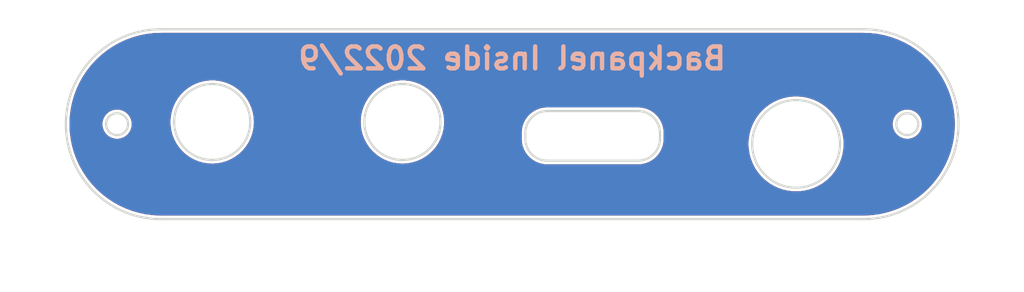
<source format=kicad_pcb>
(kicad_pcb (version 20211014) (generator pcbnew)

  (general
    (thickness 1.6)
  )

  (paper "A4")
  (layers
    (0 "F.Cu" signal)
    (31 "B.Cu" signal)
    (32 "B.Adhes" user "B.Adhesive")
    (33 "F.Adhes" user "F.Adhesive")
    (34 "B.Paste" user)
    (35 "F.Paste" user)
    (36 "B.SilkS" user "B.Silkscreen")
    (37 "F.SilkS" user "F.Silkscreen")
    (38 "B.Mask" user)
    (39 "F.Mask" user)
    (40 "Dwgs.User" user "User.Drawings")
    (41 "Cmts.User" user "User.Comments")
    (42 "Eco1.User" user "User.Eco1")
    (43 "Eco2.User" user "User.Eco2")
    (44 "Edge.Cuts" user)
    (45 "Margin" user)
    (46 "B.CrtYd" user "B.Courtyard")
    (47 "F.CrtYd" user "F.Courtyard")
    (48 "B.Fab" user)
    (49 "F.Fab" user)
    (50 "User.1" user)
    (51 "User.2" user)
    (52 "User.3" user)
    (53 "User.4" user)
    (54 "User.5" user)
    (55 "User.6" user)
    (56 "User.7" user)
    (57 "User.8" user)
    (58 "User.9" user)
  )

  (setup
    (pad_to_mask_clearance 0)
    (pcbplotparams
      (layerselection 0x00010fc_ffffffff)
      (disableapertmacros false)
      (usegerberextensions false)
      (usegerberattributes true)
      (usegerberadvancedattributes true)
      (creategerberjobfile true)
      (svguseinch false)
      (svgprecision 6)
      (excludeedgelayer true)
      (plotframeref false)
      (viasonmask false)
      (mode 1)
      (useauxorigin false)
      (hpglpennumber 1)
      (hpglpenspeed 20)
      (hpglpendiameter 15.000000)
      (dxfpolygonmode true)
      (dxfimperialunits true)
      (dxfusepcbnewfont true)
      (psnegative false)
      (psa4output false)
      (plotreference true)
      (plotvalue true)
      (plotinvisibletext false)
      (sketchpadsonfab false)
      (subtractmaskfromsilk false)
      (outputformat 1)
      (mirror false)
      (drillshape 0)
      (scaleselection 1)
      (outputdirectory "./mfg/")
    )
  )

  (net 0 "")

  (gr_circle (center 79.5 93.35) (end 82.1 93.35) (layer "Edge.Cuts") (width 0.15) (fill none) (tstamp 16d5bf81-590a-4149-97e0-64f3b3ad6f52))
  (gr_line (start 76 100) (end 124 100) (layer "Edge.Cuts") (width 0.15) (tstamp 18cf1537-83e6-4374-a277-6e3e21479ab0))
  (gr_line (start 100.9 94.1) (end 100.9 94.5) (layer "Edge.Cuts") (width 0.15) (tstamp 2878a73c-5447-4cd9-8194-14f52ab9459c))
  (gr_line (start 108.6 92.6) (end 102.4 92.6) (layer "Edge.Cuts") (width 0.15) (tstamp 3b686d17-1000-4762-ba31-589d599a3edf))
  (gr_arc (start 110.1 94.5) (mid 109.66066 95.56066) (end 108.6 96) (layer "Edge.Cuts") (width 0.15) (tstamp 44646447-0a8e-4aec-a74e-22bf765d0f33))
  (gr_arc (start 102.4 96) (mid 101.33934 95.56066) (end 100.9 94.5) (layer "Edge.Cuts") (width 0.15) (tstamp 66bc2bca-dab7-4947-a0ff-403cdaf9fb89))
  (gr_line (start 108.6 96) (end 102.4 96) (layer "Edge.Cuts") (width 0.15) (tstamp 7a2f50f6-0c99-4e8d-9c2a-8f2f961d2e6d))
  (gr_arc (start 124 87) (mid 130.5 93.5) (end 124 100) (layer "Edge.Cuts") (width 0.15) (tstamp 7c6e532b-1afd-48d4-9389-2942dcbc7c3c))
  (gr_arc (start 76 100) (mid 69.5 93.5) (end 76 87) (layer "Edge.Cuts") (width 0.15) (tstamp 90fa0465-7fe5-474b-8e7c-9f955c02a0f6))
  (gr_arc (start 108.6 92.6) (mid 109.66066 93.03934) (end 110.1 94.1) (layer "Edge.Cuts") (width 0.15) (tstamp 9286cf02-1563-41d2-9931-c192c33bab31))
  (gr_circle (center 92.5 93.35) (end 95.1 93.35) (layer "Edge.Cuts") (width 0.15) (fill none) (tstamp ac81fb15-6f1a-451b-a962-fb87ffd26f6b))
  (gr_arc (start 100.9 94.1) (mid 101.33934 93.03934) (end 102.4 92.6) (layer "Edge.Cuts") (width 0.15) (tstamp ae0e6b31-27d7-4383-a4fc-7557b0a19382))
  (gr_circle (center 119.4 94.85) (end 122.4 94.85) (layer "Edge.Cuts") (width 0.15) (fill none) (tstamp b4675fcd-90dd-499b-8feb-46b51a88378c))
  (gr_line (start 110.1 94.1) (end 110.1 94.5) (layer "Edge.Cuts") (width 0.15) (tstamp c25449d6-d734-4953-b762-98f82a830248))
  (gr_line (start 76 87) (end 124 87) (layer "Edge.Cuts") (width 0.15) (tstamp c8072c34-0f81-4552-9fbe-4bfe60c53e21))
  (gr_circle (center 73 93.5) (end 73.75 93.5) (layer "Edge.Cuts") (width 0.15) (fill none) (tstamp d53baa32-ba88-4646-9db3-0e9b0f0da4f0))
  (gr_circle (center 127 93.5) (end 127.75 93.5) (layer "Edge.Cuts") (width 0.15) (fill none) (tstamp df9a1242-2d73-4343-b170-237bc9a8080f))
  (gr_text "Backpanel Inside 2022/9" (at 100 89) (layer "B.SilkS") (tstamp 4cd02004-9c6e-4103-8a51-6cc183539955)
    (effects (font (size 1.5 1.5) (thickness 0.3)) (justify mirror))
  )

  (zone (net 0) (net_name "") (layers F&B.Cu) (tstamp 46d4fead-ba21-4cf9-a4cd-802a72ed331f) (hatch edge 0.508)
    (connect_pads (clearance 0.25))
    (min_thickness 0.254) (filled_areas_thickness no)
    (fill yes (thermal_gap 0.508) (thermal_bridge_width 0.508))
    (polygon
      (pts
        (xy 135 105)
        (xy 65 105)
        (xy 65 85)
        (xy 135 85)
      )
    )
    (filled_polygon
      (layer "F.Cu")
      (island)
      (pts
        (xy 123.987496 87.252921)
        (xy 123.987828 87.252987)
        (xy 123.987829 87.252987)
        (xy 124 87.255408)
        (xy 124.012172 87.252987)
        (xy 124.021631 87.252987)
        (xy 124.035499 87.251895)
        (xy 124.217315 87.259039)
        (xy 124.48538 87.269571)
        (xy 124.495243 87.270347)
        (xy 124.972726 87.326861)
        (xy 124.982497 87.328409)
        (xy 125.222771 87.376202)
        (xy 125.454074 87.422211)
        (xy 125.46368 87.424517)
        (xy 125.926441 87.555029)
        (xy 125.935831 87.55808)
        (xy 126.18446 87.649804)
        (xy 126.386937 87.724502)
        (xy 126.396074 87.728287)
        (xy 126.832724 87.929585)
        (xy 126.841529 87.934072)
        (xy 127.261039 88.169009)
        (xy 127.269475 88.174178)
        (xy 127.669254 88.441301)
        (xy 127.677242 88.447105)
        (xy 127.805315 88.54807)
        (xy 128.054836 88.744777)
        (xy 128.062359 88.751202)
        (xy 128.22145 88.898263)
        (xy 128.41544 89.077586)
        (xy 128.422414 89.08456)
        (xy 128.601737 89.27855)
        (xy 128.748798 89.437641)
        (xy 128.755223 89.445164)
        (xy 129.052889 89.82275)
        (xy 129.058704 89.830754)
        (xy 129.325822 90.230525)
        (xy 129.330991 90.238961)
        (xy 129.565928 90.658471)
        (xy 129.570415 90.667276)
        (xy 129.757742 91.073619)
        (xy 129.771712 91.103923)
        (xy 129.775497 91.113061)
        (xy 129.903179 91.459155)
        (xy 129.941917 91.564159)
        (xy 129.944971 91.573559)
        (xy 130.075481 92.036313)
        (xy 130.077789 92.045926)
        (xy 130.103513 92.17525)
        (xy 130.171591 92.517503)
        (xy 130.173139 92.527274)
        (xy 130.229653 93.004757)
        (xy 130.230429 93.01462)
        (xy 130.23836 93.21647)
        (xy 130.249261 93.493898)
        (xy 130.249306 93.495053)
        (xy 130.249306 93.504938)
        (xy 130.242611 93.675344)
        (xy 130.230429 93.98538)
        (xy 130.229653 93.995243)
        (xy 130.173139 94.472726)
        (xy 130.171591 94.482497)
        (xy 130.160428 94.538619)
        (xy 130.087038 94.907581)
        (xy 130.077791 94.954067)
        (xy 130.075483 94.96368)
        (xy 129.956736 95.384727)
        (xy 129.944974 95.426431)
        (xy 129.94192 95.435831)
        (xy 129.826201 95.7495)
        (xy 129.775498 95.886937)
        (xy 129.771713 95.896074)
        (xy 129.606373 96.254726)
        (xy 129.57042 96.332714)
        (xy 129.565928 96.341529)
        (xy 129.330991 96.761039)
        (xy 129.325822 96.769475)
        (xy 129.102891 97.103116)
        (xy 129.058704 97.169246)
        (xy 129.052889 97.17725)
        (xy 128.755223 97.554836)
        (xy 128.748798 97.562359)
        (xy 128.714779 97.599161)
        (xy 128.422414 97.91544)
        (xy 128.41544 97.922414)
        (xy 128.224238 98.099159)
        (xy 128.062359 98.248798)
        (xy 128.054836 98.255223)
        (xy 127.839868 98.424691)
        (xy 127.677242 98.552895)
        (xy 127.669254 98.558699)
        (xy 127.345387 98.775099)
        (xy 127.269475 98.825822)
        (xy 127.261039 98.830991)
        (xy 126.841529 99.065928)
        (xy 126.832724 99.070415)
        (xy 126.396077 99.271712)
        (xy 126.386939 99.275497)
        (xy 125.935831 99.44192)
        (xy 125.926441 99.444971)
        (xy 125.46368 99.575483)
        (xy 125.454074 99.577789)
        (xy 125.222771 99.623798)
        (xy 124.982497 99.671591)
        (xy 124.972726 99.673139)
        (xy 124.495243 99.729653)
        (xy 124.48538 99.730429)
        (xy 124.217315 99.740961)
        (xy 124.035499 99.748105)
        (xy 124.021631 99.747013)
        (xy 124.012172 99.747013)
        (xy 124 99.744592)
        (xy 123.987829 99.747013)
        (xy 123.987828 99.747013)
        (xy 123.987496 99.747079)
        (xy 123.962915 99.7495)
        (xy 76.037085 99.7495)
        (xy 76.012504 99.747079)
        (xy 76.012172 99.747013)
        (xy 76.012171 99.747013)
        (xy 76 99.744592)
        (xy 75.987828 99.747013)
        (xy 75.978369 99.747013)
        (xy 75.964501 99.748105)
        (xy 75.782685 99.740961)
        (xy 75.51462 99.730429)
        (xy 75.504757 99.729653)
        (xy 75.027274 99.673139)
        (xy 75.017503 99.671591)
        (xy 74.777229 99.623798)
        (xy 74.545926 99.577789)
        (xy 74.53632 99.575483)
        (xy 74.073559 99.444971)
        (xy 74.064169 99.44192)
        (xy 73.613061 99.275497)
        (xy 73.603923 99.271712)
        (xy 73.167276 99.070415)
        (xy 73.158471 99.065928)
        (xy 72.738961 98.830991)
        (xy 72.730525 98.825822)
        (xy 72.654613 98.775099)
        (xy 72.330746 98.558699)
        (xy 72.322758 98.552895)
        (xy 72.160132 98.424691)
        (xy 71.945164 98.255223)
        (xy 71.937641 98.248798)
        (xy 71.775762 98.099159)
        (xy 71.58456 97.922414)
        (xy 71.577586 97.91544)
        (xy 71.285221 97.599161)
        (xy 71.251202 97.562359)
        (xy 71.244777 97.554836)
        (xy 70.947111 97.17725)
        (xy 70.941296 97.169246)
        (xy 70.89711 97.103116)
        (xy 70.674178 96.769475)
        (xy 70.669009 96.761039)
        (xy 70.434072 96.341529)
        (xy 70.42958 96.332714)
        (xy 70.393628 96.254726)
        (xy 70.228287 95.896074)
        (xy 70.224502 95.886937)
        (xy 70.173799 95.7495)
        (xy 70.05808 95.435831)
        (xy 70.055026 95.426431)
        (xy 70.043265 95.384727)
        (xy 69.924517 94.96368)
        (xy 69.922209 94.954067)
        (xy 69.912963 94.907581)
        (xy 69.839572 94.538619)
        (xy 69.828409 94.482497)
        (xy 69.826861 94.472726)
        (xy 69.770347 93.995243)
        (xy 69.769571 93.98538)
        (xy 69.757389 93.675344)
        (xy 69.750694 93.504938)
        (xy 69.750694 93.495053)
        (xy 69.75074 93.493898)
        (xy 69.751052 93.485963)
        (xy 71.994757 93.485963)
        (xy 71.995272 93.492099)
        (xy 71.995272 93.492102)
        (xy 71.995423 93.493898)
        (xy 72.008688 93.651865)
        (xy 72.011175 93.681483)
        (xy 72.065258 93.870091)
        (xy 72.068076 93.875574)
        (xy 72.152123 94.039113)
        (xy 72.152126 94.039117)
        (xy 72.154944 94.044601)
        (xy 72.276818 94.198369)
        (xy 72.281511 94.202363)
        (xy 72.281512 94.202364)
        (xy 72.336445 94.249115)
        (xy 72.426238 94.325535)
        (xy 72.431616 94.328541)
        (xy 72.431618 94.328542)
        (xy 72.467932 94.348837)
        (xy 72.597513 94.421257)
        (xy 72.784118 94.481889)
        (xy 72.978946 94.505121)
        (xy 72.985081 94.504649)
        (xy 72.985083 94.504649)
        (xy 73.168434 94.490541)
        (xy 73.168438 94.49054)
        (xy 73.174576 94.490068)
        (xy 73.363556 94.437303)
        (xy 73.538689 94.348837)
        (xy 73.568515 94.325535)
        (xy 73.683469 94.235723)
        (xy 73.693303 94.22804)
        (xy 73.723084 94.193539)
        (xy 73.817485 94.084173)
        (xy 73.817485 94.084172)
        (xy 73.821509 94.079511)
        (xy 73.918425 93.908909)
        (xy 73.980358 93.722732)
        (xy 74.004949 93.528071)
        (xy 74.005341 93.5)
        (xy 73.986194 93.304728)
        (xy 73.984413 93.298829)
        (xy 73.984412 93.298824)
        (xy 73.972785 93.260312)
        (xy 76.646078 93.260312)
        (xy 76.646173 93.263941)
        (xy 76.646173 93.263943)
        (xy 76.648427 93.35)
        (xy 76.651951 93.484569)
        (xy 76.654683 93.588928)
        (xy 76.701001 93.914377)
        (xy 76.70192 93.91788)
        (xy 76.701921 93.917885)
        (xy 76.752891 94.112169)
        (xy 76.784419 94.232346)
        (xy 76.90383 94.538619)
        (xy 76.905527 94.541824)
        (xy 77.028685 94.774429)
        (xy 77.057652 94.829139)
        (xy 77.059702 94.832122)
        (xy 77.059704 94.832125)
        (xy 77.241789 95.097061)
        (xy 77.241795 95.097068)
        (xy 77.243846 95.100053)
        (xy 77.459944 95.34777)
        (xy 77.703082 95.569009)
        (xy 77.70604 95.571134)
        (xy 77.706043 95.571137)
        (xy 77.814766 95.649262)
        (xy 77.970037 95.760836)
        (xy 78.257271 95.920708)
        (xy 78.560977 96.046507)
        (xy 78.564471 96.047502)
        (xy 78.564473 96.047503)
        (xy 78.873628 96.135568)
        (xy 78.873633 96.135569)
        (xy 78.877129 96.136565)
        (xy 79.100175 96.17309)
        (xy 79.197957 96.189103)
        (xy 79.197961 96.189103)
        (xy 79.201537 96.189689)
        (xy 79.205163 96.18986)
        (xy 79.526273 96.205003)
        (xy 79.526274 96.205003)
        (xy 79.5299 96.205174)
        (xy 79.543719 96.204232)
        (xy 79.854237 96.183064)
        (xy 79.854245 96.183063)
        (xy 79.857868 96.182816)
        (xy 79.861444 96.182153)
        (xy 79.861446 96.182153)
        (xy 80.177527 96.123571)
        (xy 80.177531 96.12357)
        (xy 80.181092 96.12291)
        (xy 80.495289 96.02625)
        (xy 80.796293 95.894119)
        (xy 81.080116 95.728266)
        (xy 81.289306 95.571201)
        (xy 81.340092 95.53307)
        (xy 81.340096 95.533067)
        (xy 81.342995 95.53089)
        (xy 81.384887 95.491137)
        (xy 81.578813 95.307109)
        (xy 81.578817 95.307105)
        (xy 81.581447 95.304609)
        (xy 81.644632 95.229041)
        (xy 81.789988 95.055196)
        (xy 81.79231 95.052419)
        (xy 81.794298 95.049393)
        (xy 81.970802 94.780691)
        (xy 81.970807 94.780682)
        (xy 81.972789 94.777665)
        (xy 82.094718 94.535237)
        (xy 82.118866 94.487225)
        (xy 82.118869 94.487217)
        (xy 82.120493 94.483989)
        (xy 82.171338 94.345048)
        (xy 82.232216 94.178692)
        (xy 82.232217 94.178688)
        (xy 82.233464 94.175281)
        (xy 82.234309 94.171759)
        (xy 82.234312 94.171751)
        (xy 82.309357 93.859165)
        (xy 82.309358 93.859161)
        (xy 82.310204 93.855636)
        (xy 82.31139 93.845838)
        (xy 82.349361 93.532067)
        (xy 82.349362 93.53206)
        (xy 82.349697 93.529288)
        (xy 82.350618 93.5)
        (xy 82.355023 93.359807)
        (xy 82.355331 93.35)
        (xy 82.35517 93.347204)
        (xy 82.35016 93.260312)
        (xy 89.646078 93.260312)
        (xy 89.646173 93.263941)
        (xy 89.646173 93.263943)
        (xy 89.648427 93.35)
        (xy 89.651951 93.484569)
        (xy 89.654683 93.588928)
        (xy 89.701001 93.914377)
        (xy 89.70192 93.91788)
        (xy 89.701921 93.917885)
        (xy 89.752891 94.112169)
        (xy 89.784419 94.232346)
        (xy 89.90383 94.538619)
        (xy 89.905527 94.541824)
        (xy 90.028685 94.774429)
        (xy 90.057652 94.829139)
        (xy 90.059702 94.832122)
        (xy 90.059704 94.832125)
        (xy 90.241789 95.097061)
        (xy 90.241795 95.097068)
        (xy 90.243846 95.100053)
        (xy 90.459944 95.34777)
        (xy 90.703082 95.569009)
        (xy 90.70604 95.571134)
        (xy 90.706043 95.571137)
        (xy 90.814766 95.649262)
        (xy 90.970037 95.760836)
        (xy 91.257271 95.920708)
        (xy 91.560977 96.046507)
        (xy 91.564471 96.047502)
        (xy 91.564473 96.047503)
        (xy 91.873628 96.135568)
        (xy 91.873633 96.135569)
        (xy 91.877129 96.136565)
        (xy 92.100175 96.17309)
        (xy 92.197957 96.189103)
        (xy 92.197961 96.189103)
        (xy 92.201537 96.189689)
        (xy 92.205163 96.18986)
        (xy 92.526273 96.205003)
        (xy 92.526274 96.205003)
        (xy 92.5299 96.205174)
        (xy 92.543719 96.204232)
        (xy 92.854237 96.183064)
        (xy 92.854245 96.183063)
        (xy 92.857868 96.182816)
        (xy 92.861444 96.182153)
        (xy 92.861446 96.182153)
        (xy 93.177527 96.123571)
        (xy 93.177531 96.12357)
        (xy 93.181092 96.12291)
        (xy 93.495289 96.02625)
        (xy 93.796293 95.894119)
        (xy 94.080116 95.728266)
        (xy 94.289306 95.571201)
        (xy 94.340092 95.53307)
        (xy 94.340096 95.533067)
        (xy 94.342995 95.53089)
        (xy 94.384887 95.491137)
        (xy 94.578813 95.307109)
        (xy 94.578817 95.307105)
        (xy 94.581447 95.304609)
        (xy 94.644632 95.229041)
        (xy 94.789988 95.055196)
        (xy 94.79231 95.052419)
        (xy 94.794298 95.049393)
        (xy 94.970802 94.780691)
        (xy 94.970807 94.780682)
        (xy 94.972789 94.777665)
        (xy 95.094718 94.535237)
        (xy 95.112441 94.5)
        (xy 100.644592 94.5)
        (xy 100.645274 94.50343)
        (xy 100.662892 94.749758)
        (xy 100.66385 94.754161)
        (xy 100.66385 94.754162)
        (xy 100.697225 94.907581)
        (xy 100.716118 94.994432)
        (xy 100.717691 94.998649)
        (xy 100.717692 94.998653)
        (xy 100.802051 95.224829)
        (xy 100.803622 95.229041)
        (xy 100.923624 95.448809)
        (xy 101.073681 95.649262)
        (xy 101.250738 95.826319)
        (xy 101.451191 95.976376)
        (xy 101.670959 96.096378)
        (xy 101.675171 96.097949)
        (xy 101.901347 96.182308)
        (xy 101.901351 96.182309)
        (xy 101.905568 96.183882)
        (xy 101.909971 96.18484)
        (xy 101.909975 96.184841)
        (xy 102.145277 96.236028)
        (xy 102.150242 96.237108)
        (xy 102.39657 96.254726)
        (xy 102.4 96.255408)
        (xy 102.412166 96.252988)
        (xy 102.412169 96.252988)
        (xy 102.412504 96.252921)
        (xy 102.437085 96.2505)
        (xy 108.562915 96.2505)
        (xy 108.587496 96.252921)
        (xy 108.587831 96.252988)
        (xy 108.587834 96.252988)
        (xy 108.6 96.255408)
        (xy 108.60343 96.254726)
        (xy 108.849758 96.237108)
        (xy 108.854723 96.236028)
        (xy 109.090025 96.184841)
        (xy 109.090029 96.18484)
        (xy 109.094432 96.183882)
        (xy 109.098649 96.182309)
        (xy 109.098653 96.182308)
        (xy 109.324829 96.097949)
        (xy 109.329041 96.096378)
        (xy 109.548809 95.976376)
        (xy 109.749262 95.826319)
        (xy 109.926319 95.649262)
        (xy 110.076376 95.448809)
        (xy 110.196378 95.229041)
        (xy 110.197949 95.224829)
        (xy 110.282308 94.998653)
        (xy 110.282309 94.998649)
        (xy 110.283882 94.994432)
        (xy 110.302776 94.907581)
        (xy 110.317774 94.838637)
        (xy 116.144746 94.838637)
        (xy 116.162559 95.190269)
        (xy 116.163096 95.193624)
        (xy 116.163097 95.19363)
        (xy 116.193514 95.38353)
        (xy 116.218243 95.53792)
        (xy 116.311149 95.877524)
        (xy 116.370153 96.027315)
        (xy 116.433883 96.189103)
        (xy 116.440187 96.205108)
        (xy 116.44177 96.208123)
        (xy 116.558774 96.430982)
        (xy 116.60385 96.51684)
        (xy 116.605751 96.519669)
        (xy 116.605757 96.519679)
        (xy 116.767945 96.761039)
        (xy 116.800223 96.809073)
        (xy 117.027007 97.078388)
        (xy 117.029467 97.080739)
        (xy 117.02947 97.080742)
        (xy 117.279089 97.319283)
        (xy 117.279096 97.319289)
        (xy 117.281552 97.321636)
        (xy 117.560878 97.535971)
        (xy 117.660223 97.596374)
        (xy 117.858803 97.717112)
        (xy 117.858808 97.717115)
        (xy 117.861718 97.718884)
        (xy 118.180553 97.868237)
        (xy 118.183771 97.869339)
        (xy 118.183774 97.86934)
        (xy 118.51043 97.98118)
        (xy 118.510438 97.981182)
        (xy 118.513653 97.982283)
        (xy 118.857122 98.059687)
        (xy 118.905474 98.065196)
        (xy 119.203559 98.099159)
        (xy 119.203567 98.099159)
        (xy 119.206942 98.099544)
        (xy 119.210346 98.099562)
        (xy 119.210349 98.099562)
        (xy 119.40233 98.100567)
        (xy 119.559019 98.101388)
        (xy 119.562405 98.101038)
        (xy 119.562407 98.101038)
        (xy 119.905845 98.065547)
        (xy 119.905853 98.065546)
        (xy 119.909237 98.065196)
        (xy 119.91257 98.064481)
        (xy 119.912573 98.064481)
        (xy 120.082021 98.028154)
        (xy 120.253498 97.991393)
        (xy 120.587774 97.880842)
        (xy 120.908156 97.734835)
        (xy 121.001584 97.679362)
        (xy 121.20795 97.556831)
        (xy 121.207955 97.556828)
        (xy 121.210895 97.555082)
        (xy 121.236349 97.535971)
        (xy 121.489718 97.345737)
        (xy 121.489727 97.34573)
        (xy 121.49245 97.343685)
        (xy 121.749527 97.103116)
        (xy 121.97912 96.83619)
        (xy 122.109435 96.64658)
        (xy 122.176612 96.548838)
        (xy 122.176617 96.548831)
        (xy 122.178542 96.546029)
        (xy 122.180154 96.543035)
        (xy 122.180159 96.543027)
        (xy 122.336364 96.252921)
        (xy 122.34546 96.236028)
        (xy 122.477922 95.909814)
        (xy 122.481979 95.895574)
        (xy 122.543557 95.6794)
        (xy 122.574378 95.571201)
        (xy 122.633701 95.224152)
        (xy 122.635774 95.190269)
        (xy 122.655085 94.874522)
        (xy 122.655195 94.872726)
        (xy 122.655274 94.85)
        (xy 122.636234 94.498433)
        (xy 122.579336 94.150978)
        (xy 122.485246 93.8117)
        (xy 122.483988 93.808538)
        (xy 122.483985 93.80853)
        (xy 122.356324 93.487734)
        (xy 122.35632 93.487726)
        (xy 122.355619 93.485963)
        (xy 125.994757 93.485963)
        (xy 125.995272 93.492099)
        (xy 125.995272 93.492102)
        (xy 125.995423 93.493898)
        (xy 126.008688 93.651865)
        (xy 126.011175 93.681483)
        (xy 126.065258 93.870091)
        (xy 126.068076 93.875574)
        (xy 126.152123 94.039113)
        (xy 126.152126 94.039117)
        (xy 126.154944 94.044601)
        (xy 126.276818 94.198369)
        (xy 126.281511 94.202363)
        (xy 126.281512 94.202364)
        (xy 126.336445 94.249115)
        (xy 126.426238 94.325535)
        (xy 126.431616 94.328541)
        (xy 126.431618 94.328542)
        (xy 126.467932 94.348837)
        (xy 126.597513 94.421257)
        (xy 126.784118 94.481889)
        (xy 126.978946 94.505121)
        (xy 126.985081 94.504649)
        (xy 126.985083 94.504649)
        (xy 127.168434 94.490541)
        (xy 127.168438 94.49054)
        (xy 127.174576 94.490068)
        (xy 127.363556 94.437303)
        (xy 127.538689 94.348837)
        (xy 127.568515 94.325535)
        (xy 127.683469 94.235723)
        (xy 127.693303 94.22804)
        (xy 127.723084 94.193539)
        (xy 127.817485 94.084173)
        (xy 127.817485 94.084172)
        (xy 127.821509 94.079511)
        (xy 127.918425 93.908909)
        (xy 127.980358 93.722732)
        (xy 128.004949 93.528071)
        (xy 128.005341 93.5)
        (xy 127.986194 93.304728)
        (xy 127.984413 93.298829)
        (xy 127.984412 93.298824)
        (xy 127.931265 93.122793)
        (xy 127.929484 93.116894)
        (xy 127.83737 92.943653)
        (xy 127.713361 92.791602)
        (xy 127.56218 92.666535)
        (xy 127.389585 92.573213)
        (xy 127.225315 92.522363)
        (xy 127.208039 92.517015)
        (xy 127.208036 92.517014)
        (xy 127.202152 92.515193)
        (xy 127.196027 92.514549)
        (xy 127.196026 92.514549)
        (xy 127.013147 92.495327)
        (xy 127.013146 92.495327)
        (xy 127.007019 92.494683)
        (xy 126.908797 92.503622)
        (xy 126.817759 92.511907)
        (xy 126.817758 92.511907)
        (xy 126.811618 92.512466)
        (xy 126.805704 92.514207)
        (xy 126.805702 92.514207)
        (xy 126.777991 92.522363)
        (xy 126.623393 92.567864)
        (xy 126.617928 92.570721)
        (xy 126.454972 92.655912)
        (xy 126.454968 92.655915)
        (xy 126.449512 92.658767)
        (xy 126.444712 92.662627)
        (xy 126.444711 92.662627)
        (xy 126.410326 92.690273)
        (xy 126.2966 92.781711)
        (xy 126.17048 92.932016)
        (xy 126.167516 92.937408)
        (xy 126.167513 92.937412)
        (xy 126.13049 93.004757)
        (xy 126.075956 93.103954)
        (xy 126.016628 93.290978)
        (xy 125.994757 93.485963)
        (xy 122.355619 93.485963)
        (xy 122.355064 93.484569)
        (xy 122.28591 93.35396)
        (xy 122.191909 93.176422)
        (xy 122.191907 93.176419)
        (xy 122.190314 93.17341)
        (xy 122.063893 92.986687)
        (xy 121.994835 92.884688)
        (xy 121.992923 92.881864)
        (xy 121.985258 92.872825)
        (xy 121.840011 92.701556)
        (xy 121.7652 92.613342)
        (xy 121.509808 92.370984)
        (xy 121.507101 92.368922)
        (xy 121.507093 92.368915)
        (xy 121.349051 92.248521)
        (xy 121.229735 92.157626)
        (xy 121.135099 92.100538)
        (xy 120.931174 91.977522)
        (xy 120.931168 91.977519)
        (xy 120.928259 91.975764)
        (xy 120.608904 91.827524)
        (xy 120.442156 91.771083)
        (xy 120.278635 91.715734)
        (xy 120.27863 91.715733)
        (xy 120.275408 91.714642)
        (xy 120.051265 91.66495)
        (xy 119.935001 91.639175)
        (xy 119.934997 91.639174)
        (xy 119.931671 91.638437)
        (xy 119.788813 91.622666)
        (xy 119.585096 91.600175)
        (xy 119.585089 91.600175)
        (xy 119.581714 91.599802)
        (xy 119.578315 91.599796)
        (xy 119.578314 91.599796)
        (xy 119.412777 91.599507)
        (xy 119.229632 91.599187)
        (xy 119.099131 91.613134)
        (xy 118.882927 91.636239)
        (xy 118.882921 91.63624)
        (xy 118.879543 91.636601)
        (xy 118.87622 91.637325)
        (xy 118.876217 91.637326)
        (xy 118.538862 91.710881)
        (xy 118.53886 91.710882)
        (xy 118.535542 91.711605)
        (xy 118.532321 91.712683)
        (xy 118.53232 91.712683)
        (xy 118.509185 91.720424)
        (xy 118.201654 91.823323)
        (xy 117.881784 91.970447)
        (xy 117.87885 91.972203)
        (xy 117.878848 91.972204)
        (xy 117.825739 92.003989)
        (xy 117.579674 92.151256)
        (xy 117.298858 92.363635)
        (xy 117.042622 92.605099)
        (xy 117.04041 92.607689)
        (xy 117.040409 92.60769)
        (xy 116.887751 92.78643)
        (xy 116.813963 92.872825)
        (xy 116.812035 92.875652)
        (xy 116.812033 92.875654)
        (xy 116.626536 93.147583)
        (xy 116.615555 93.16368)
        (xy 116.613948 93.16669)
        (xy 116.613946 93.166693)
        (xy 116.451325 93.471256)
        (xy 116.44972 93.474262)
        (xy 116.318397 93.800937)
        (xy 116.317475 93.804217)
        (xy 116.317474 93.80422)
        (xy 116.234335 94.1)
        (xy 116.223124 94.139884)
        (xy 116.165013 94.487138)
        (xy 116.16224 94.535237)
        (xy 116.145751 94.821208)
        (xy 116.145294 94.829139)
        (xy 116.144746 94.838637)
        (xy 110.317774 94.838637)
        (xy 110.33615 94.754162)
        (xy 110.33615 94.754161)
        (xy 110.337108 94.749758)
        (xy 110.354726 94.50343)
        (xy 110.355408 94.5)
        (xy 110.352988 94.487834)
        (xy 110.352988 94.487831)
        (xy 110.352921 94.487496)
        (xy 110.3505 94.462915)
        (xy 110.3505 94.137085)
        (xy 110.352921 94.112504)
        (xy 110.352988 94.112169)
        (xy 110.352988 94.112166)
        (xy 110.355408 94.1)
        (xy 110.354726 94.09657)
        (xy 110.337108 93.850242)
        (xy 110.328034 93.80853)
        (xy 110.284841 93.609975)
        (xy 110.28484 93.609971)
        (xy 110.283882 93.605568)
        (xy 110.272917 93.576168)
        (xy 110.197949 93.375171)
        (xy 110.196378 93.370959)
        (xy 110.15699 93.298824)
        (xy 110.078535 93.155145)
        (xy 110.076376 93.151191)
        (xy 109.926319 92.950738)
        (xy 109.749262 92.773681)
        (xy 109.548809 92.623624)
        (xy 109.350232 92.515193)
        (xy 109.332986 92.505776)
        (xy 109.332985 92.505775)
        (xy 109.329041 92.503622)
        (xy 109.306573 92.495242)
        (xy 109.098653 92.417692)
        (xy 109.098649 92.417691)
        (xy 109.094432 92.416118)
        (xy 109.090029 92.41516)
        (xy 109.090025 92.415159)
        (xy 108.854162 92.36385)
        (xy 108.854161 92.36385)
        (xy 108.849758 92.362892)
        (xy 108.60343 92.345274)
        (xy 108.6 92.344592)
        (xy 108.587834 92.347012)
        (xy 108.587831 92.347012)
        (xy 108.587496 92.347079)
        (xy 108.562915 92.3495)
        (xy 102.437085 92.3495)
        (xy 102.412504 92.347079)
        (xy 102.412169 92.347012)
        (xy 102.412166 92.347012)
        (xy 102.4 92.344592)
        (xy 102.39657 92.345274)
        (xy 102.150242 92.362892)
        (xy 102.145839 92.36385)
        (xy 102.145838 92.36385)
        (xy 101.909975 92.415159)
        (xy 101.909971 92.41516)
        (xy 101.905568 92.416118)
        (xy 101.901351 92.417691)
        (xy 101.901347 92.417692)
        (xy 101.693427 92.495242)
        (xy 101.670959 92.503622)
        (xy 101.667015 92.505775)
        (xy 101.667014 92.505776)
        (xy 101.649768 92.515193)
        (xy 101.451191 92.623624)
        (xy 101.250738 92.773681)
        (xy 101.073681 92.950738)
        (xy 100.923624 93.151191)
        (xy 100.921465 93.155145)
        (xy 100.843011 93.298824)
        (xy 100.803622 93.370959)
        (xy 100.802051 93.375171)
        (xy 100.727084 93.576168)
        (xy 100.716118 93.605568)
        (xy 100.71516 93.609971)
        (xy 100.715159 93.609975)
        (xy 100.671966 93.80853)
        (xy 100.662892 93.850242)
        (xy 100.645274 94.09657)
        (xy 100.644592 94.1)
        (xy 100.647012 94.112166)
        (xy 100.647012 94.112169)
        (xy 100.647079 94.112504)
        (xy 100.6495 94.137085)
        (xy 100.6495 94.462915)
        (xy 100.647079 94.487496)
        (xy 100.647012 94.487831)
        (xy 100.647012 94.487834)
        (xy 100.644592 94.5)
        (xy 95.112441 94.5)
        (xy 95.118866 94.487225)
        (xy 95.118869 94.487217)
        (xy 95.120493 94.483989)
        (xy 95.171338 94.345048)
        (xy 95.232216 94.178692)
        (xy 95.232217 94.178688)
        (xy 95.233464 94.175281)
        (xy 95.234309 94.171759)
        (xy 95.234312 94.171751)
        (xy 95.309357 93.859165)
        (xy 95.309358 93.859161)
        (xy 95.310204 93.855636)
        (xy 95.31139 93.845838)
        (xy 95.349361 93.532067)
        (xy 95.349362 93.53206)
        (xy 95.349697 93.529288)
        (xy 95.350618 93.5)
        (xy 95.355023 93.359807)
        (xy 95.355331 93.35)
        (xy 95.35517 93.347204)
        (xy 95.336617 93.025436)
        (xy 95.336616 93.025431)
        (xy 95.336408 93.021816)
        (xy 95.312475 92.884688)
        (xy 95.280514 92.701556)
        (xy 95.280512 92.701549)
        (xy 95.27989 92.697983)
        (xy 95.269707 92.663604)
        (xy 95.221852 92.502051)
        (xy 95.186526 92.382791)
        (xy 95.180608 92.368915)
        (xy 95.058976 92.083753)
        (xy 95.057554 92.080419)
        (xy 94.894682 91.794875)
        (xy 94.842264 91.723516)
        (xy 94.70221 91.532857)
        (xy 94.702208 91.532855)
        (xy 94.70007 91.529944)
        (xy 94.476298 91.289136)
        (xy 94.226331 91.075643)
        (xy 94.223328 91.073625)
        (xy 94.22332 91.073619)
        (xy 94.054235 90.96)
        (xy 93.953482 90.892297)
        (xy 93.661368 90.741525)
        (xy 93.35386 90.625328)
        (xy 93.350339 90.624444)
        (xy 93.350334 90.624442)
        (xy 93.12968 90.569018)
        (xy 93.035036 90.545245)
        (xy 93.012754 90.542312)
        (xy 92.712723 90.502811)
        (xy 92.712715 90.50281)
        (xy 92.709119 90.502337)
        (xy 92.573337 90.500204)
        (xy 92.384073 90.497231)
        (xy 92.384069 90.497231)
        (xy 92.380431 90.497174)
        (xy 92.376817 90.497535)
        (xy 92.376811 90.497535)
        (xy 92.145872 90.520586)
        (xy 92.053328 90.529823)
        (xy 91.732145 90.599852)
        (xy 91.728718 90.601025)
        (xy 91.728712 90.601027)
        (xy 91.42457 90.705158)
        (xy 91.424565 90.70516)
        (xy 91.421139 90.706333)
        (xy 91.417871 90.707892)
        (xy 91.417863 90.707895)
        (xy 91.266698 90.779998)
        (xy 91.124434 90.847854)
        (xy 90.845961 91.02254)
        (xy 90.589411 91.228076)
        (xy 90.358185 91.461736)
        (xy 90.155347 91.720424)
        (xy 90.153454 91.723513)
        (xy 90.153452 91.723516)
        (xy 89.998875 91.975764)
        (xy 89.983587 92.000711)
        (xy 89.982068 92.003983)
        (xy 89.982065 92.003989)
        (xy 89.913706 92.151256)
        (xy 89.84518 92.298883)
        (xy 89.741962 92.610986)
        (xy 89.741226 92.614541)
        (xy 89.741225 92.614544)
        (xy 89.676457 92.927298)
        (xy 89.6753 92.932885)
        (xy 89.646078 93.260312)
        (xy 82.35016 93.260312)
        (xy 82.336617 93.025436)
        (xy 82.336616 93.025431)
        (xy 82.336408 93.021816)
        (xy 82.312475 92.884688)
        (xy 82.280514 92.701556)
        (xy 82.280512 92.701549)
        (xy 82.27989 92.697983)
        (xy 82.269707 92.663604)
        (xy 82.221852 92.502051)
        (xy 82.186526 92.382791)
        (xy 82.180608 92.368915)
        (xy 82.058976 92.083753)
        (xy 82.057554 92.080419)
        (xy 81.894682 91.794875)
        (xy 81.842264 91.723516)
        (xy 81.70221 91.532857)
        (xy 81.702208 91.532855)
        (xy 81.70007 91.529944)
        (xy 81.476298 91.289136)
        (xy 81.226331 91.075643)
        (xy 81.223328 91.073625)
        (xy 81.22332 91.073619)
        (xy 81.054235 90.96)
        (xy 80.953482 90.892297)
        (xy 80.661368 90.741525)
        (xy 80.35386 90.625328)
        (xy 80.350339 90.624444)
        (xy 80.350334 90.624442)
        (xy 80.12968 90.569018)
        (xy 80.035036 90.545245)
        (xy 80.012754 90.542312)
        (xy 79.712723 90.502811)
        (xy 79.712715 90.50281)
        (xy 79.709119 90.502337)
        (xy 79.573337 90.500204)
        (xy 79.384073 90.497231)
        (xy 79.384069 90.497231)
        (xy 79.380431 90.497174)
        (xy 79.376817 90.497535)
        (xy 79.376811 90.497535)
        (xy 79.145872 90.520586)
        (xy 79.053328 90.529823)
        (xy 78.732145 90.599852)
        (xy 78.728718 90.601025)
        (xy 78.728712 90.601027)
        (xy 78.42457 90.705158)
        (xy 78.424565 90.70516)
        (xy 78.421139 90.706333)
        (xy 78.417871 90.707892)
        (xy 78.417863 90.707895)
        (xy 78.266698 90.779998)
        (xy 78.124434 90.847854)
        (xy 77.845961 91.02254)
        (xy 77.589411 91.228076)
        (xy 77.358185 91.461736)
        (xy 77.155347 91.720424)
        (xy 77.153454 91.723513)
        (xy 77.153452 91.723516)
        (xy 76.998875 91.975764)
        (xy 76.983587 92.000711)
        (xy 76.982068 92.003983)
        (xy 76.982065 92.003989)
        (xy 76.913706 92.151256)
        (xy 76.84518 92.298883)
        (xy 76.741962 92.610986)
        (xy 76.741226 92.614541)
        (xy 76.741225 92.614544)
        (xy 76.676457 92.927298)
        (xy 76.6753 92.932885)
        (xy 76.646078 93.260312)
        (xy 73.972785 93.260312)
        (xy 73.931265 93.122793)
        (xy 73.929484 93.116894)
        (xy 73.83737 92.943653)
        (xy 73.713361 92.791602)
        (xy 73.56218 92.666535)
        (xy 73.389585 92.573213)
        (xy 73.225315 92.522363)
        (xy 73.208039 92.517015)
        (xy 73.208036 92.517014)
        (xy 73.202152 92.515193)
        (xy 73.196027 92.514549)
        (xy 73.196026 92.514549)
        (xy 73.013147 92.495327)
        (xy 73.013146 92.495327)
        (xy 73.007019 92.494683)
        (xy 72.908797 92.503622)
        (xy 72.817759 92.511907)
        (xy 72.817758 92.511907)
        (xy 72.811618 92.512466)
        (xy 72.805704 92.514207)
        (xy 72.805702 92.514207)
        (xy 72.777991 92.522363)
        (xy 72.623393 92.567864)
        (xy 72.617928 92.570721)
        (xy 72.454972 92.655912)
        (xy 72.454968 92.655915)
        (xy 72.449512 92.658767)
        (xy 72.444712 92.662627)
        (xy 72.444711 92.662627)
        (xy 72.410326 92.690273)
        (xy 72.2966 92.781711)
        (xy 72.17048 92.932016)
        (xy 72.167516 92.937408)
        (xy 72.167513 92.937412)
        (xy 72.13049 93.004757)
        (xy 72.075956 93.103954)
        (xy 72.016628 93.290978)
        (xy 71.994757 93.485963)
        (xy 69.751052 93.485963)
        (xy 69.76164 93.21647)
        (xy 69.769571 93.01462)
        (xy 69.770347 93.004757)
        (xy 69.826861 92.527274)
        (xy 69.828409 92.517503)
        (xy 69.896487 92.17525)
        (xy 69.922211 92.045926)
        (xy 69.924519 92.036313)
        (xy 70.055029 91.573559)
        (xy 70.058083 91.564159)
        (xy 70.096822 91.459155)
        (xy 70.224503 91.113061)
        (xy 70.228288 91.103923)
        (xy 70.242258 91.073619)
        (xy 70.429585 90.667276)
        (xy 70.434072 90.658471)
        (xy 70.669009 90.238961)
        (xy 70.674178 90.230525)
        (xy 70.941296 89.830754)
        (xy 70.947111 89.82275)
        (xy 71.244777 89.445164)
        (xy 71.251202 89.437641)
        (xy 71.398263 89.27855)
        (xy 71.577586 89.08456)
        (xy 71.58456 89.077586)
        (xy 71.77855 88.898263)
        (xy 71.937641 88.751202)
        (xy 71.945164 88.744777)
        (xy 72.194685 88.54807)
        (xy 72.322758 88.447105)
        (xy 72.330746 88.441301)
        (xy 72.730525 88.174178)
        (xy 72.738961 88.169009)
        (xy 73.158471 87.934072)
        (xy 73.167276 87.929585)
        (xy 73.603926 87.728287)
        (xy 73.613063 87.724502)
        (xy 73.81554 87.649804)
        (xy 74.064169 87.55808)
        (xy 74.073559 87.555029)
        (xy 74.53632 87.424517)
        (xy 74.545926 87.422211)
        (xy 74.777229 87.376202)
        (xy 75.017503 87.328409)
        (xy 75.027274 87.326861)
        (xy 75.504757 87.270347)
        (xy 75.51462 87.269571)
        (xy 75.782685 87.259039)
        (xy 75.964501 87.251895)
        (xy 75.978369 87.252987)
        (xy 75.987828 87.252987)
        (xy 76 87.255408)
        (xy 76.012171 87.252987)
        (xy 76.012172 87.252987)
        (xy 76.012504 87.252921)
        (xy 76.037085 87.2505)
        (xy 123.962915 87.2505)
      )
    )
    (filled_polygon
      (layer "B.Cu")
      (island)
      (pts
        (xy 123.987496 87.252921)
        (xy 123.987828 87.252987)
        (xy 123.987829 87.252987)
        (xy 124 87.255408)
        (xy 124.012172 87.252987)
        (xy 124.021631 87.252987)
        (xy 124.035499 87.251895)
        (xy 124.217315 87.259039)
        (xy 124.48538 87.269571)
        (xy 124.495243 87.270347)
        (xy 124.972726 87.326861)
        (xy 124.982497 87.328409)
        (xy 125.222771 87.376202)
        (xy 125.454074 87.422211)
        (xy 125.46368 87.424517)
        (xy 125.926441 87.555029)
        (xy 125.935831 87.55808)
        (xy 126.18446 87.649804)
        (xy 126.386937 87.724502)
        (xy 126.396074 87.728287)
        (xy 126.832724 87.929585)
        (xy 126.841529 87.934072)
        (xy 127.261039 88.169009)
        (xy 127.269475 88.174178)
        (xy 127.669254 88.441301)
        (xy 127.677242 88.447105)
        (xy 127.805315 88.54807)
        (xy 128.054836 88.744777)
        (xy 128.062359 88.751202)
        (xy 128.22145 88.898263)
        (xy 128.41544 89.077586)
        (xy 128.422414 89.08456)
        (xy 128.601737 89.27855)
        (xy 128.748798 89.437641)
        (xy 128.755223 89.445164)
        (xy 129.052889 89.82275)
        (xy 129.058704 89.830754)
        (xy 129.325822 90.230525)
        (xy 129.330991 90.238961)
        (xy 129.565928 90.658471)
        (xy 129.570415 90.667276)
        (xy 129.757742 91.073619)
        (xy 129.771712 91.103923)
        (xy 129.775497 91.113061)
        (xy 129.903179 91.459155)
        (xy 129.941917 91.564159)
        (xy 129.944971 91.573559)
        (xy 130.075481 92.036313)
        (xy 130.077789 92.045926)
        (xy 130.103513 92.17525)
        (xy 130.171591 92.517503)
        (xy 130.173139 92.527274)
        (xy 130.229653 93.004757)
        (xy 130.230429 93.01462)
        (xy 130.23836 93.21647)
        (xy 130.249261 93.493898)
        (xy 130.249306 93.495053)
        (xy 130.249306 93.504938)
        (xy 130.242611 93.675344)
        (xy 130.230429 93.98538)
        (xy 130.229653 93.995243)
        (xy 130.173139 94.472726)
        (xy 130.171591 94.482497)
        (xy 130.160428 94.538619)
        (xy 130.087038 94.907581)
        (xy 130.077791 94.954067)
        (xy 130.075483 94.96368)
        (xy 129.956736 95.384727)
        (xy 129.944974 95.426431)
        (xy 129.94192 95.435831)
        (xy 129.826201 95.7495)
        (xy 129.775498 95.886937)
        (xy 129.771713 95.896074)
        (xy 129.606373 96.254726)
        (xy 129.57042 96.332714)
        (xy 129.565928 96.341529)
        (xy 129.330991 96.761039)
        (xy 129.325822 96.769475)
        (xy 129.102891 97.103116)
        (xy 129.058704 97.169246)
        (xy 129.052889 97.17725)
        (xy 128.755223 97.554836)
        (xy 128.748798 97.562359)
        (xy 128.714779 97.599161)
        (xy 128.422414 97.91544)
        (xy 128.41544 97.922414)
        (xy 128.224238 98.099159)
        (xy 128.062359 98.248798)
        (xy 128.054836 98.255223)
        (xy 127.839868 98.424691)
        (xy 127.677242 98.552895)
        (xy 127.669254 98.558699)
        (xy 127.345387 98.775099)
        (xy 127.269475 98.825822)
        (xy 127.261039 98.830991)
        (xy 126.841529 99.065928)
        (xy 126.832724 99.070415)
        (xy 126.396077 99.271712)
        (xy 126.386939 99.275497)
        (xy 125.935831 99.44192)
        (xy 125.926441 99.444971)
        (xy 125.46368 99.575483)
        (xy 125.454074 99.577789)
        (xy 125.222771 99.623798)
        (xy 124.982497 99.671591)
        (xy 124.972726 99.673139)
        (xy 124.495243 99.729653)
        (xy 124.48538 99.730429)
        (xy 124.217315 99.740961)
        (xy 124.035499 99.748105)
        (xy 124.021631 99.747013)
        (xy 124.012172 99.747013)
        (xy 124 99.744592)
        (xy 123.987829 99.747013)
        (xy 123.987828 99.747013)
        (xy 123.987496 99.747079)
        (xy 123.962915 99.7495)
        (xy 76.037085 99.7495)
        (xy 76.012504 99.747079)
        (xy 76.012172 99.747013)
        (xy 76.012171 99.747013)
        (xy 76 99.744592)
        (xy 75.987828 99.747013)
        (xy 75.978369 99.747013)
        (xy 75.964501 99.748105)
        (xy 75.782685 99.740961)
        (xy 75.51462 99.730429)
        (xy 75.504757 99.729653)
        (xy 75.027274 99.673139)
        (xy 75.017503 99.671591)
        (xy 74.777229 99.623798)
        (xy 74.545926 99.577789)
        (xy 74.53632 99.575483)
        (xy 74.073559 99.444971)
        (xy 74.064169 99.44192)
        (xy 73.613061 99.275497)
        (xy 73.603923 99.271712)
        (xy 73.167276 99.070415)
        (xy 73.158471 99.065928)
        (xy 72.738961 98.830991)
        (xy 72.730525 98.825822)
        (xy 72.654613 98.775099)
        (xy 72.330746 98.558699)
        (xy 72.322758 98.552895)
        (xy 72.160132 98.424691)
        (xy 71.945164 98.255223)
        (xy 71.937641 98.248798)
        (xy 71.775762 98.099159)
        (xy 71.58456 97.922414)
        (xy 71.577586 97.91544)
        (xy 71.285221 97.599161)
        (xy 71.251202 97.562359)
        (xy 71.244777 97.554836)
        (xy 70.947111 97.17725)
        (xy 70.941296 97.169246)
        (xy 70.89711 97.103116)
        (xy 70.674178 96.769475)
        (xy 70.669009 96.761039)
        (xy 70.434072 96.341529)
        (xy 70.42958 96.332714)
        (xy 70.393628 96.254726)
        (xy 70.228287 95.896074)
        (xy 70.224502 95.886937)
        (xy 70.173799 95.7495)
        (xy 70.05808 95.435831)
        (xy 70.055026 95.426431)
        (xy 70.043265 95.384727)
        (xy 69.924517 94.96368)
        (xy 69.922209 94.954067)
        (xy 69.912963 94.907581)
        (xy 69.839572 94.538619)
        (xy 69.828409 94.482497)
        (xy 69.826861 94.472726)
        (xy 69.770347 93.995243)
        (xy 69.769571 93.98538)
        (xy 69.757389 93.675344)
        (xy 69.750694 93.504938)
        (xy 69.750694 93.495053)
        (xy 69.75074 93.493898)
        (xy 69.751052 93.485963)
        (xy 71.994757 93.485963)
        (xy 71.995272 93.492099)
        (xy 71.995272 93.492102)
        (xy 71.995423 93.493898)
        (xy 72.008688 93.651865)
        (xy 72.011175 93.681483)
        (xy 72.065258 93.870091)
        (xy 72.068076 93.875574)
        (xy 72.152123 94.039113)
        (xy 72.152126 94.039117)
        (xy 72.154944 94.044601)
        (xy 72.276818 94.198369)
        (xy 72.281511 94.202363)
        (xy 72.281512 94.202364)
        (xy 72.336445 94.249115)
        (xy 72.426238 94.325535)
        (xy 72.431616 94.328541)
        (xy 72.431618 94.328542)
        (xy 72.467932 94.348837)
        (xy 72.597513 94.421257)
        (xy 72.784118 94.481889)
        (xy 72.978946 94.505121)
        (xy 72.985081 94.504649)
        (xy 72.985083 94.504649)
        (xy 73.168434 94.490541)
        (xy 73.168438 94.49054)
        (xy 73.174576 94.490068)
        (xy 73.363556 94.437303)
        (xy 73.538689 94.348837)
        (xy 73.568515 94.325535)
        (xy 73.683469 94.235723)
        (xy 73.693303 94.22804)
        (xy 73.723084 94.193539)
        (xy 73.817485 94.084173)
        (xy 73.817485 94.084172)
        (xy 73.821509 94.079511)
        (xy 73.918425 93.908909)
        (xy 73.980358 93.722732)
        (xy 74.004949 93.528071)
        (xy 74.005341 93.5)
        (xy 73.986194 93.304728)
        (xy 73.984413 93.298829)
        (xy 73.984412 93.298824)
        (xy 73.972785 93.260312)
        (xy 76.646078 93.260312)
        (xy 76.646173 93.263941)
        (xy 76.646173 93.263943)
        (xy 76.648427 93.35)
        (xy 76.651951 93.484569)
        (xy 76.654683 93.588928)
        (xy 76.701001 93.914377)
        (xy 76.70192 93.91788)
        (xy 76.701921 93.917885)
        (xy 76.752891 94.112169)
        (xy 76.784419 94.232346)
        (xy 76.90383 94.538619)
        (xy 76.905527 94.541824)
        (xy 77.028685 94.774429)
        (xy 77.057652 94.829139)
        (xy 77.059702 94.832122)
        (xy 77.059704 94.832125)
        (xy 77.241789 95.097061)
        (xy 77.241795 95.097068)
        (xy 77.243846 95.100053)
        (xy 77.459944 95.34777)
        (xy 77.703082 95.569009)
        (xy 77.70604 95.571134)
        (xy 77.706043 95.571137)
        (xy 77.814766 95.649262)
        (xy 77.970037 95.760836)
        (xy 78.257271 95.920708)
        (xy 78.560977 96.046507)
        (xy 78.564471 96.047502)
        (xy 78.564473 96.047503)
        (xy 78.873628 96.135568)
        (xy 78.873633 96.135569)
        (xy 78.877129 96.136565)
        (xy 79.100175 96.17309)
        (xy 79.197957 96.189103)
        (xy 79.197961 96.189103)
        (xy 79.201537 96.189689)
        (xy 79.205163 96.18986)
        (xy 79.526273 96.205003)
        (xy 79.526274 96.205003)
        (xy 79.5299 96.205174)
        (xy 79.543719 96.204232)
        (xy 79.854237 96.183064)
        (xy 79.854245 96.183063)
        (xy 79.857868 96.182816)
        (xy 79.861444 96.182153)
        (xy 79.861446 96.182153)
        (xy 80.177527 96.123571)
        (xy 80.177531 96.12357)
        (xy 80.181092 96.12291)
        (xy 80.495289 96.02625)
        (xy 80.796293 95.894119)
        (xy 81.080116 95.728266)
        (xy 81.289306 95.571201)
        (xy 81.340092 95.53307)
        (xy 81.340096 95.533067)
        (xy 81.342995 95.53089)
        (xy 81.384887 95.491137)
        (xy 81.578813 95.307109)
        (xy 81.578817 95.307105)
        (xy 81.581447 95.304609)
        (xy 81.644632 95.229041)
        (xy 81.789988 95.055196)
        (xy 81.79231 95.052419)
        (xy 81.794298 95.049393)
        (xy 81.970802 94.780691)
        (xy 81.970807 94.780682)
        (xy 81.972789 94.777665)
        (xy 82.094718 94.535237)
        (xy 82.118866 94.487225)
        (xy 82.118869 94.487217)
        (xy 82.120493 94.483989)
        (xy 82.171338 94.345048)
        (xy 82.232216 94.178692)
        (xy 82.232217 94.178688)
        (xy 82.233464 94.175281)
        (xy 82.234309 94.171759)
        (xy 82.234312 94.171751)
        (xy 82.309357 93.859165)
        (xy 82.309358 93.859161)
        (xy 82.310204 93.855636)
        (xy 82.31139 93.845838)
        (xy 82.349361 93.532067)
        (xy 82.349362 93.53206)
        (xy 82.349697 93.529288)
        (xy 82.350618 93.5)
        (xy 82.355023 93.359807)
        (xy 82.355331 93.35)
        (xy 82.35517 93.347204)
        (xy 82.35016 93.260312)
        (xy 89.646078 93.260312)
        (xy 89.646173 93.263941)
        (xy 89.646173 93.263943)
        (xy 89.648427 93.35)
        (xy 89.651951 93.484569)
        (xy 89.654683 93.588928)
        (xy 89.701001 93.914377)
        (xy 89.70192 93.91788)
        (xy 89.701921 93.917885)
        (xy 89.752891 94.112169)
        (xy 89.784419 94.232346)
        (xy 89.90383 94.538619)
        (xy 89.905527 94.541824)
        (xy 90.028685 94.774429)
        (xy 90.057652 94.829139)
        (xy 90.059702 94.832122)
        (xy 90.059704 94.832125)
        (xy 90.241789 95.097061)
        (xy 90.241795 95.097068)
        (xy 90.243846 95.100053)
        (xy 90.459944 95.34777)
        (xy 90.703082 95.569009)
        (xy 90.70604 95.571134)
        (xy 90.706043 95.571137)
        (xy 90.814766 95.649262)
        (xy 90.970037 95.760836)
        (xy 91.257271 95.920708)
        (xy 91.560977 96.046507)
        (xy 91.564471 96.047502)
        (xy 91.564473 96.047503)
        (xy 91.873628 96.135568)
        (xy 91.873633 96.135569)
        (xy 91.877129 96.136565)
        (xy 92.100175 96.17309)
        (xy 92.197957 96.189103)
        (xy 92.197961 96.189103)
        (xy 92.201537 96.189689)
        (xy 92.205163 96.18986)
        (xy 92.526273 96.205003)
        (xy 92.526274 96.205003)
        (xy 92.5299 96.205174)
        (xy 92.543719 96.204232)
        (xy 92.854237 96.183064)
        (xy 92.854245 96.183063)
        (xy 92.857868 96.182816)
        (xy 92.861444 96.182153)
        (xy 92.861446 96.182153)
        (xy 93.177527 96.123571)
        (xy 93.177531 96.12357)
        (xy 93.181092 96.12291)
        (xy 93.495289 96.02625)
        (xy 93.796293 95.894119)
        (xy 94.080116 95.728266)
        (xy 94.289306 95.571201)
        (xy 94.340092 95.53307)
        (xy 94.340096 95.533067)
        (xy 94.342995 95.53089)
        (xy 94.384887 95.491137)
        (xy 94.578813 95.307109)
        (xy 94.578817 95.307105)
        (xy 94.581447 95.304609)
        (xy 94.644632 95.229041)
        (xy 94.789988 95.055196)
        (xy 94.79231 95.052419)
        (xy 94.794298 95.049393)
        (xy 94.970802 94.780691)
        (xy 94.970807 94.780682)
        (xy 94.972789 94.777665)
        (xy 95.094718 94.535237)
        (xy 95.112441 94.5)
        (xy 100.644592 94.5)
        (xy 100.645274 94.50343)
        (xy 100.662892 94.749758)
        (xy 100.66385 94.754161)
        (xy 100.66385 94.754162)
        (xy 100.697225 94.907581)
        (xy 100.716118 94.994432)
        (xy 100.717691 94.998649)
        (xy 100.717692 94.998653)
        (xy 100.802051 95.224829)
        (xy 100.803622 95.229041)
        (xy 100.923624 95.448809)
        (xy 101.073681 95.649262)
        (xy 101.250738 95.826319)
        (xy 101.451191 95.976376)
        (xy 101.670959 96.096378)
        (xy 101.675171 96.097949)
        (xy 101.901347 96.182308)
        (xy 101.901351 96.182309)
        (xy 101.905568 96.183882)
        (xy 101.909971 96.18484)
        (xy 101.909975 96.184841)
        (xy 102.145277 96.236028)
        (xy 102.150242 96.237108)
        (xy 102.39657 96.254726)
        (xy 102.4 96.255408)
        (xy 102.412166 96.252988)
        (xy 102.412169 96.252988)
        (xy 102.412504 96.252921)
        (xy 102.437085 96.2505)
        (xy 108.562915 96.2505)
        (xy 108.587496 96.252921)
        (xy 108.587831 96.252988)
        (xy 108.587834 96.252988)
        (xy 108.6 96.255408)
        (xy 108.60343 96.254726)
        (xy 108.849758 96.237108)
        (xy 108.854723 96.236028)
        (xy 109.090025 96.184841)
        (xy 109.090029 96.18484)
        (xy 109.094432 96.183882)
        (xy 109.098649 96.182309)
        (xy 109.098653 96.182308)
        (xy 109.324829 96.097949)
        (xy 109.329041 96.096378)
        (xy 109.548809 95.976376)
        (xy 109.749262 95.826319)
        (xy 109.926319 95.649262)
        (xy 110.076376 95.448809)
        (xy 110.196378 95.229041)
        (xy 110.197949 95.224829)
        (xy 110.282308 94.998653)
        (xy 110.282309 94.998649)
        (xy 110.283882 94.994432)
        (xy 110.302776 94.907581)
        (xy 110.317774 94.838637)
        (xy 116.144746 94.838637)
        (xy 116.162559 95.190269)
        (xy 116.163096 95.193624)
        (xy 116.163097 95.19363)
        (xy 116.193514 95.38353)
        (xy 116.218243 95.53792)
        (xy 116.311149 95.877524)
        (xy 116.370153 96.027315)
        (xy 116.433883 96.189103)
        (xy 116.440187 96.205108)
        (xy 116.44177 96.208123)
        (xy 116.558774 96.430982)
        (xy 116.60385 96.51684)
        (xy 116.605751 96.519669)
        (xy 116.605757 96.519679)
        (xy 116.767945 96.761039)
        (xy 116.800223 96.809073)
        (xy 117.027007 97.078388)
        (xy 117.029467 97.080739)
        (xy 117.02947 97.080742)
        (xy 117.279089 97.319283)
        (xy 117.279096 97.319289)
        (xy 117.281552 97.321636)
        (xy 117.560878 97.535971)
        (xy 117.660223 97.596374)
        (xy 117.858803 97.717112)
        (xy 117.858808 97.717115)
        (xy 117.861718 97.718884)
        (xy 118.180553 97.868237)
        (xy 118.183771 97.869339)
        (xy 118.183774 97.86934)
        (xy 118.51043 97.98118)
        (xy 118.510438 97.981182)
        (xy 118.513653 97.982283)
        (xy 118.857122 98.059687)
        (xy 118.905474 98.065196)
        (xy 119.203559 98.099159)
        (xy 119.203567 98.099159)
        (xy 119.206942 98.099544)
        (xy 119.210346 98.099562)
        (xy 119.210349 98.099562)
        (xy 119.40233 98.100567)
        (xy 119.559019 98.101388)
        (xy 119.562405 98.101038)
        (xy 119.562407 98.101038)
        (xy 119.905845 98.065547)
        (xy 119.905853 98.065546)
        (xy 119.909237 98.065196)
        (xy 119.91257 98.064481)
        (xy 119.912573 98.064481)
        (xy 120.082021 98.028154)
        (xy 120.253498 97.991393)
        (xy 120.587774 97.880842)
        (xy 120.908156 97.734835)
        (xy 121.001584 97.679362)
        (xy 121.20795 97.556831)
        (xy 121.207955 97.556828)
        (xy 121.210895 97.555082)
        (xy 121.236349 97.535971)
        (xy 121.489718 97.345737)
        (xy 121.489727 97.34573)
        (xy 121.49245 97.343685)
        (xy 121.749527 97.103116)
        (xy 121.97912 96.83619)
        (xy 122.109435 96.64658)
        (xy 122.176612 96.548838)
        (xy 122.176617 96.548831)
        (xy 122.178542 96.546029)
        (xy 122.180154 96.543035)
        (xy 122.180159 96.543027)
        (xy 122.336364 96.252921)
        (xy 122.34546 96.236028)
        (xy 122.477922 95.909814)
        (xy 122.481979 95.895574)
        (xy 122.543557 95.6794)
        (xy 122.574378 95.571201)
        (xy 122.633701 95.224152)
        (xy 122.635774 95.190269)
        (xy 122.655085 94.874522)
        (xy 122.655195 94.872726)
        (xy 122.655274 94.85)
        (xy 122.636234 94.498433)
        (xy 122.579336 94.150978)
        (xy 122.485246 93.8117)
        (xy 122.483988 93.808538)
        (xy 122.483985 93.80853)
        (xy 122.356324 93.487734)
        (xy 122.35632 93.487726)
        (xy 122.355619 93.485963)
        (xy 125.994757 93.485963)
        (xy 125.995272 93.492099)
        (xy 125.995272 93.492102)
        (xy 125.995423 93.493898)
        (xy 126.008688 93.651865)
        (xy 126.011175 93.681483)
        (xy 126.065258 93.870091)
        (xy 126.068076 93.875574)
        (xy 126.152123 94.039113)
        (xy 126.152126 94.039117)
        (xy 126.154944 94.044601)
        (xy 126.276818 94.198369)
        (xy 126.281511 94.202363)
        (xy 126.281512 94.202364)
        (xy 126.336445 94.249115)
        (xy 126.426238 94.325535)
        (xy 126.431616 94.328541)
        (xy 126.431618 94.328542)
        (xy 126.467932 94.348837)
        (xy 126.597513 94.421257)
        (xy 126.784118 94.481889)
        (xy 126.978946 94.505121)
        (xy 126.985081 94.504649)
        (xy 126.985083 94.504649)
        (xy 127.168434 94.490541)
        (xy 127.168438 94.49054)
        (xy 127.174576 94.490068)
        (xy 127.363556 94.437303)
        (xy 127.538689 94.348837)
        (xy 127.568515 94.325535)
        (xy 127.683469 94.235723)
        (xy 127.693303 94.22804)
        (xy 127.723084 94.193539)
        (xy 127.817485 94.084173)
        (xy 127.817485 94.084172)
        (xy 127.821509 94.079511)
        (xy 127.918425 93.908909)
        (xy 127.980358 93.722732)
        (xy 128.004949 93.528071)
        (xy 128.005341 93.5)
        (xy 127.986194 93.304728)
        (xy 127.984413 93.298829)
        (xy 127.984412 93.298824)
        (xy 127.931265 93.122793)
        (xy 127.929484 93.116894)
        (xy 127.83737 92.943653)
        (xy 127.713361 92.791602)
        (xy 127.56218 92.666535)
        (xy 127.389585 92.573213)
        (xy 127.225315 92.522363)
        (xy 127.208039 92.517015)
        (xy 127.208036 92.517014)
        (xy 127.202152 92.515193)
        (xy 127.196027 92.514549)
        (xy 127.196026 92.514549)
        (xy 127.013147 92.495327)
        (xy 127.013146 92.495327)
        (xy 127.007019 92.494683)
        (xy 126.908797 92.503622)
        (xy 126.817759 92.511907)
        (xy 126.817758 92.511907)
        (xy 126.811618 92.512466)
        (xy 126.805704 92.514207)
        (xy 126.805702 92.514207)
        (xy 126.777991 92.522363)
        (xy 126.623393 92.567864)
        (xy 126.617928 92.570721)
        (xy 126.454972 92.655912)
        (xy 126.454968 92.655915)
        (xy 126.449512 92.658767)
        (xy 126.444712 92.662627)
        (xy 126.444711 92.662627)
        (xy 126.410326 92.690273)
        (xy 126.2966 92.781711)
        (xy 126.17048 92.932016)
        (xy 126.167516 92.937408)
        (xy 126.167513 92.937412)
        (xy 126.13049 93.004757)
        (xy 126.075956 93.103954)
        (xy 126.016628 93.290978)
        (xy 125.994757 93.485963)
        (xy 122.355619 93.485963)
        (xy 122.355064 93.484569)
        (xy 122.28591 93.35396)
        (xy 122.191909 93.176422)
        (xy 122.191907 93.176419)
        (xy 122.190314 93.17341)
        (xy 122.063893 92.986687)
        (xy 121.994835 92.884688)
        (xy 121.992923 92.881864)
        (xy 121.985258 92.872825)
        (xy 121.840011 92.701556)
        (xy 121.7652 92.613342)
        (xy 121.509808 92.370984)
        (xy 121.507101 92.368922)
        (xy 121.507093 92.368915)
        (xy 121.349051 92.248521)
        (xy 121.229735 92.157626)
        (xy 121.135099 92.100538)
        (xy 120.931174 91.977522)
        (xy 120.931168 91.977519)
        (xy 120.928259 91.975764)
        (xy 120.608904 91.827524)
        (xy 120.442156 91.771083)
        (xy 120.278635 91.715734)
        (xy 120.27863 91.715733)
        (xy 120.275408 91.714642)
        (xy 120.051265 91.66495)
        (xy 119.935001 91.639175)
        (xy 119.934997 91.639174)
        (xy 119.931671 91.638437)
        (xy 119.788813 91.622666)
        (xy 119.585096 91.600175)
        (xy 119.585089 91.600175)
        (xy 119.581714 91.599802)
        (xy 119.578315 91.599796)
        (xy 119.578314 91.599796)
        (xy 119.412777 91.599507)
        (xy 119.229632 91.599187)
        (xy 119.099131 91.613134)
        (xy 118.882927 91.636239)
        (xy 118.882921 91.63624)
        (xy 118.879543 91.636601)
        (xy 118.87622 91.637325)
        (xy 118.876217 91.637326)
        (xy 118.538862 91.710881)
        (xy 118.53886 91.710882)
        (xy 118.535542 91.711605)
        (xy 118.532321 91.712683)
        (xy 118.53232 91.712683)
        (xy 118.509185 91.720424)
        (xy 118.201654 91.823323)
        (xy 117.881784 91.970447)
        (xy 117.87885 91.972203)
        (xy 117.878848 91.972204)
        (xy 117.825739 92.003989)
        (xy 117.579674 92.151256)
        (xy 117.298858 92.363635)
        (xy 117.042622 92.605099)
        (xy 117.04041 92.607689)
        (xy 117.040409 92.60769)
        (xy 116.887751 92.78643)
        (xy 116.813963 92.872825)
        (xy 116.812035 92.875652)
        (xy 116.812033 92.875654)
        (xy 116.626536 93.147583)
        (xy 116.615555 93.16368)
        (xy 116.613948 93.16669)
        (xy 116.613946 93.166693)
        (xy 116.451325 93.471256)
        (xy 116.44972 93.474262)
        (xy 116.318397 93.800937)
        (xy 116.317475 93.804217)
        (xy 116.317474 93.80422)
        (xy 116.234335 94.1)
        (xy 116.223124 94.139884)
        (xy 116.165013 94.487138)
        (xy 116.16224 94.535237)
        (xy 116.145751 94.821208)
        (xy 116.145294 94.829139)
        (xy 116.144746 94.838637)
        (xy 110.317774 94.838637)
        (xy 110.33615 94.754162)
        (xy 110.33615 94.754161)
        (xy 110.337108 94.749758)
        (xy 110.354726 94.50343)
        (xy 110.355408 94.5)
        (xy 110.352988 94.487834)
        (xy 110.352988 94.487831)
        (xy 110.352921 94.487496)
        (xy 110.3505 94.462915)
        (xy 110.3505 94.137085)
        (xy 110.352921 94.112504)
        (xy 110.352988 94.112169)
        (xy 110.352988 94.112166)
        (xy 110.355408 94.1)
        (xy 110.354726 94.09657)
        (xy 110.337108 93.850242)
        (xy 110.328034 93.80853)
        (xy 110.284841 93.609975)
        (xy 110.28484 93.609971)
        (xy 110.283882 93.605568)
        (xy 110.272917 93.576168)
        (xy 110.197949 93.375171)
        (xy 110.196378 93.370959)
        (xy 110.15699 93.298824)
        (xy 110.078535 93.155145)
        (xy 110.076376 93.151191)
        (xy 109.926319 92.950738)
        (xy 109.749262 92.773681)
        (xy 109.548809 92.623624)
        (xy 109.350232 92.515193)
        (xy 109.332986 92.505776)
        (xy 109.332985 92.505775)
        (xy 109.329041 92.503622)
        (xy 109.306573 92.495242)
        (xy 109.098653 92.417692)
        (xy 109.098649 92.417691)
        (xy 109.094432 92.416118)
        (xy 109.090029 92.41516)
        (xy 109.090025 92.415159)
        (xy 108.854162 92.36385)
        (xy 108.854161 92.36385)
        (xy 108.849758 92.362892)
        (xy 108.60343 92.345274)
        (xy 108.6 92.344592)
        (xy 108.587834 92.347012)
        (xy 108.587831 92.347012)
        (xy 108.587496 92.347079)
        (xy 108.562915 92.3495)
        (xy 102.437085 92.3495)
        (xy 102.412504 92.347079)
        (xy 102.412169 92.347012)
        (xy 102.412166 92.347012)
        (xy 102.4 92.344592)
        (xy 102.39657 92.345274)
        (xy 102.150242 92.362892)
        (xy 102.145839 92.36385)
        (xy 102.145838 92.36385)
        (xy 101.909975 92.415159)
        (xy 101.909971 92.41516)
        (xy 101.905568 92.416118)
        (xy 101.901351 92.417691)
        (xy 101.901347 92.417692)
        (xy 101.693427 92.495242)
        (xy 101.670959 92.503622)
        (xy 101.667015 92.505775)
        (xy 101.667014 92.505776)
        (xy 101.649768 92.515193)
        (xy 101.451191 92.623624)
        (xy 101.250738 92.773681)
        (xy 101.073681 92.950738)
        (xy 100.923624 93.151191)
        (xy 100.921465 93.155145)
        (xy 100.843011 93.298824)
        (xy 100.803622 93.370959)
        (xy 100.802051 93.375171)
        (xy 100.727084 93.576168)
        (xy 100.716118 93.605568)
        (xy 100.71516 93.609971)
        (xy 100.715159 93.609975)
        (xy 100.671966 93.80853)
        (xy 100.662892 93.850242)
        (xy 100.645274 94.09657)
        (xy 100.644592 94.1)
        (xy 100.647012 94.112166)
        (xy 100.647012 94.112169)
        (xy 100.647079 94.112504)
        (xy 100.6495 94.137085)
        (xy 100.6495 94.462915)
        (xy 100.647079 94.487496)
        (xy 100.647012 94.487831)
        (xy 100.647012 94.487834)
        (xy 100.644592 94.5)
        (xy 95.112441 94.5)
        (xy 95.118866 94.487225)
        (xy 95.118869 94.487217)
        (xy 95.120493 94.483989)
        (xy 95.171338 94.345048)
        (xy 95.232216 94.178692)
        (xy 95.232217 94.178688)
        (xy 95.233464 94.175281)
        (xy 95.234309 94.171759)
        (xy 95.234312 94.171751)
        (xy 95.309357 93.859165)
        (xy 95.309358 93.859161)
        (xy 95.310204 93.855636)
        (xy 95.31139 93.845838)
        (xy 95.349361 93.532067)
        (xy 95.349362 93.53206)
        (xy 95.349697 93.529288)
        (xy 95.350618 93.5)
        (xy 95.355023 93.359807)
        (xy 95.355331 93.35)
        (xy 95.35517 93.347204)
        (xy 95.336617 93.025436)
        (xy 95.336616 93.025431)
        (xy 95.336408 93.021816)
        (xy 95.312475 92.884688)
        (xy 95.280514 92.701556)
        (xy 95.280512 92.701549)
        (xy 95.27989 92.697983)
        (xy 95.269707 92.663604)
        (xy 95.221852 92.502051)
        (xy 95.186526 92.382791)
        (xy 95.180608 92.368915)
        (xy 95.058976 92.083753)
        (xy 95.057554 92.080419)
        (xy 94.894682 91.794875)
        (xy 94.842264 91.723516)
        (xy 94.70221 91.532857)
        (xy 94.702208 91.532855)
        (xy 94.70007 91.529944)
        (xy 94.476298 91.289136)
        (xy 94.226331 91.075643)
        (xy 94.223328 91.073625)
        (xy 94.22332 91.073619)
        (xy 94.054235 90.96)
        (xy 93.953482 90.892297)
        (xy 93.661368 90.741525)
        (xy 93.35386 90.625328)
        (xy 93.350339 90.624444)
        (xy 93.350334 90.624442)
        (xy 93.12968 90.569018)
        (xy 93.035036 90.545245)
        (xy 93.012754 90.542312)
        (xy 92.712723 90.502811)
        (xy 92.712715 90.50281)
        (xy 92.709119 90.502337)
        (xy 92.573337 90.500204)
        (xy 92.384073 90.497231)
        (xy 92.384069 90.497231)
        (xy 92.380431 90.497174)
        (xy 92.376817 90.497535)
        (xy 92.376811 90.497535)
        (xy 92.145872 90.520586)
        (xy 92.053328 90.529823)
        (xy 91.732145 90.599852)
        (xy 91.728718 90.601025)
        (xy 91.728712 90.601027)
        (xy 91.42457 90.705158)
        (xy 91.424565 90.70516)
        (xy 91.421139 90.706333)
        (xy 91.417871 90.707892)
        (xy 91.417863 90.707895)
        (xy 91.266698 90.779998)
        (xy 91.124434 90.847854)
        (xy 90.845961 91.02254)
        (xy 90.589411 91.228076)
        (xy 90.358185 91.461736)
        (xy 90.155347 91.720424)
        (xy 90.153454 91.723513)
        (xy 90.153452 91.723516)
        (xy 89.998875 91.975764)
        (xy 89.983587 92.000711)
        (xy 89.982068 92.003983)
        (xy 89.982065 92.003989)
        (xy 89.913706 92.151256)
        (xy 89.84518 92.298883)
        (xy 89.741962 92.610986)
        (xy 89.741226 92.614541)
        (xy 89.741225 92.614544)
        (xy 89.676457 92.927298)
        (xy 89.6753 92.932885)
        (xy 89.646078 93.260312)
        (xy 82.35016 93.260312)
        (xy 82.336617 93.025436)
        (xy 82.336616 93.025431)
        (xy 82.336408 93.021816)
        (xy 82.312475 92.884688)
        (xy 82.280514 92.701556)
        (xy 82.280512 92.701549)
        (xy 82.27989 92.697983)
        (xy 82.269707 92.663604)
        (xy 82.221852 92.502051)
        (xy 82.186526 92.382791)
        (xy 82.180608 92.368915)
        (xy 82.058976 92.083753)
        (xy 82.057554 92.080419)
        (xy 81.894682 91.794875)
        (xy 81.842264 91.723516)
        (xy 81.70221 91.532857)
        (xy 81.702208 91.532855)
        (xy 81.70007 91.529944)
        (xy 81.476298 91.289136)
        (xy 81.226331 91.075643)
        (xy 81.223328 91.073625)
        (xy 81.22332 91.073619)
        (xy 81.054235 90.96)
        (xy 80.953482 90.892297)
        (xy 80.661368 90.741525)
        (xy 80.35386 90.625328)
        (xy 80.350339 90.624444)
        (xy 80.350334 90.624442)
        (xy 80.12968 90.569018)
        (xy 80.035036 90.545245)
        (xy 80.012754 90.542312)
        (xy 79.712723 90.502811)
        (xy 79.712715 90.50281)
        (xy 79.709119 90.502337)
        (xy 79.573337 90.500204)
        (xy 79.384073 90.497231)
        (xy 79.384069 90.497231)
        (xy 79.380431 90.497174)
        (xy 79.376817 90.497535)
        (xy 79.376811 90.497535)
        (xy 79.145872 90.520586)
        (xy 79.053328 90.529823)
        (xy 78.732145 90.599852)
        (xy 78.728718 90.601025)
        (xy 78.728712 90.601027)
        (xy 78.42457 90.705158)
        (xy 78.424565 90.70516)
        (xy 78.421139 90.706333)
        (xy 78.417871 90.707892)
        (xy 78.417863 90.707895)
        (xy 78.266698 90.779998)
        (xy 78.124434 90.847854)
        (xy 77.845961 91.02254)
        (xy 77.589411 91.228076)
        (xy 77.358185 91.461736)
        (xy 77.155347 91.720424)
        (xy 77.153454 91.723513)
        (xy 77.153452 91.723516)
        (xy 76.998875 91.975764)
        (xy 76.983587 92.000711)
        (xy 76.982068 92.003983)
        (xy 76.982065 92.003989)
        (xy 76.913706 92.151256)
        (xy 76.84518 92.298883)
        (xy 76.741962 92.610986)
        (xy 76.741226 92.614541)
        (xy 76.741225 92.614544)
        (xy 76.676457 92.927298)
        (xy 76.6753 92.932885)
        (xy 76.646078 93.260312)
        (xy 73.972785 93.260312)
        (xy 73.931265 93.122793)
        (xy 73.929484 93.116894)
        (xy 73.83737 92.943653)
        (xy 73.713361 92.791602)
        (xy 73.56218 92.666535)
        (xy 73.389585 92.573213)
        (xy 73.225315 92.522363)
        (xy 73.208039 92.517015)
        (xy 73.208036 92.517014)
        (xy 73.202152 92.515193)
        (xy 73.196027 92.514549)
        (xy 73.196026 92.514549)
        (xy 73.013147 92.495327)
        (xy 73.013146 92.495327)
        (xy 73.007019 92.494683)
        (xy 72.908797 92.503622)
        (xy 72.817759 92.511907)
        (xy 72.817758 92.511907)
        (xy 72.811618 92.512466)
        (xy 72.805704 92.514207)
        (xy 72.805702 92.514207)
        (xy 72.777991 92.522363)
        (xy 72.623393 92.567864)
        (xy 72.617928 92.570721)
        (xy 72.454972 92.655912)
        (xy 72.454968 92.655915)
        (xy 72.449512 92.658767)
        (xy 72.444712 92.662627)
        (xy 72.444711 92.662627)
        (xy 72.410326 92.690273)
        (xy 72.2966 92.781711)
        (xy 72.17048 92.932016)
        (xy 72.167516 92.937408)
        (xy 72.167513 92.937412)
        (xy 72.13049 93.004757)
        (xy 72.075956 93.103954)
        (xy 72.016628 93.290978)
        (xy 71.994757 93.485963)
        (xy 69.751052 93.485963)
        (xy 69.76164 93.21647)
        (xy 69.769571 93.01462)
        (xy 69.770347 93.004757)
        (xy 69.826861 92.527274)
        (xy 69.828409 92.517503)
        (xy 69.896487 92.17525)
        (xy 69.922211 92.045926)
        (xy 69.924519 92.036313)
        (xy 70.055029 91.573559)
        (xy 70.058083 91.564159)
        (xy 70.096822 91.459155)
        (xy 70.224503 91.113061)
        (xy 70.228288 91.103923)
        (xy 70.242258 91.073619)
        (xy 70.429585 90.667276)
        (xy 70.434072 90.658471)
        (xy 70.669009 90.238961)
        (xy 70.674178 90.230525)
        (xy 70.941296 89.830754)
        (xy 70.947111 89.82275)
        (xy 71.244777 89.445164)
        (xy 71.251202 89.437641)
        (xy 71.398263 89.27855)
        (xy 71.577586 89.08456)
        (xy 71.58456 89.077586)
        (xy 71.77855 88.898263)
        (xy 71.937641 88.751202)
        (xy 71.945164 88.744777)
        (xy 72.194685 88.54807)
        (xy 72.322758 88.447105)
        (xy 72.330746 88.441301)
        (xy 72.730525 88.174178)
        (xy 72.738961 88.169009)
        (xy 73.158471 87.934072)
        (xy 73.167276 87.929585)
        (xy 73.603926 87.728287)
        (xy 73.613063 87.724502)
        (xy 73.81554 87.649804)
        (xy 74.064169 87.55808)
        (xy 74.073559 87.555029)
        (xy 74.53632 87.424517)
        (xy 74.545926 87.422211)
        (xy 74.777229 87.376202)
        (xy 75.017503 87.328409)
        (xy 75.027274 87.326861)
        (xy 75.504757 87.270347)
        (xy 75.51462 87.269571)
        (xy 75.782685 87.259039)
        (xy 75.964501 87.251895)
        (xy 75.978369 87.252987)
        (xy 75.987828 87.252987)
        (xy 76 87.255408)
        (xy 76.012171 87.252987)
        (xy 76.012172 87.252987)
        (xy 76.012504 87.252921)
        (xy 76.037085 87.2505)
        (xy 123.962915 87.2505)
      )
    )
  )
  (zone (net 0) (net_name "") (layer "F.Cu") (tstamp 6a4bc668-5f4e-4186-b37b-5eaa10d491ba) (hatch edge 0.508)
    (connect_pads (clearance 0.25))
    (min_thickness 0.254) (filled_areas_thickness no)
    (fill yes (thermal_gap 0.508) (thermal_bridge_width 0.508))
    (polygon
      (pts
        (xy 135 105)
        (xy 65 105)
        (xy 65 85)
        (xy 135 85)
      )
    )
    (filled_polygon
      (layer "F.Cu")
      (island)
      (pts
        (xy 123.987496 87.252921)
        (xy 123.987828 87.252987)
        (xy 123.987829 87.252987)
        (xy 124 87.255408)
        (xy 124.012172 87.252987)
        (xy 124.021631 87.252987)
        (xy 124.035499 87.251895)
        (xy 124.217315 87.259039)
        (xy 124.48538 87.269571)
        (xy 124.495243 87.270347)
        (xy 124.972726 87.326861)
        (xy 124.982497 87.328409)
        (xy 125.222771 87.376202)
        (xy 125.454074 87.422211)
        (xy 125.46368 87.424517)
        (xy 125.926441 87.555029)
        (xy 125.935831 87.55808)
        (xy 126.18446 87.649804)
        (xy 126.386937 87.724502)
        (xy 126.396074 87.728287)
        (xy 126.832724 87.929585)
        (xy 126.841529 87.934072)
        (xy 127.261039 88.169009)
        (xy 127.269475 88.174178)
        (xy 127.669254 88.441301)
        (xy 127.677242 88.447105)
        (xy 127.805315 88.54807)
        (xy 128.054836 88.744777)
        (xy 128.062359 88.751202)
        (xy 128.22145 88.898263)
        (xy 128.41544 89.077586)
        (xy 128.422414 89.08456)
        (xy 128.601737 89.27855)
        (xy 128.748798 89.437641)
        (xy 128.755223 89.445164)
        (xy 129.052889 89.82275)
        (xy 129.058704 89.830754)
        (xy 129.325822 90.230525)
        (xy 129.330991 90.238961)
        (xy 129.565928 90.658471)
        (xy 129.570415 90.667276)
        (xy 129.757742 91.073619)
        (xy 129.771712 91.103923)
        (xy 129.775497 91.113061)
        (xy 129.903179 91.459155)
        (xy 129.941917 91.564159)
        (xy 129.944971 91.573559)
        (xy 130.075481 92.036313)
        (xy 130.077789 92.045926)
        (xy 130.103513 92.17525)
        (xy 130.171591 92.517503)
        (xy 130.173139 92.527274)
        (xy 130.229653 93.004757)
        (xy 130.230429 93.01462)
        (xy 130.23836 93.21647)
        (xy 130.249261 93.493898)
        (xy 130.249306 93.495053)
        (xy 130.249306 93.504938)
        (xy 130.242611 93.675344)
        (xy 130.230429 93.98538)
        (xy 130.229653 93.995243)
        (xy 130.173139 94.472726)
        (xy 130.171591 94.482497)
        (xy 130.160428 94.538619)
        (xy 130.087038 94.907581)
        (xy 130.077791 94.954067)
        (xy 130.075483 94.96368)
        (xy 129.956736 95.384727)
        (xy 129.944974 95.426431)
        (xy 129.94192 95.435831)
        (xy 129.826201 95.7495)
        (xy 129.775498 95.886937)
        (xy 129.771713 95.896074)
        (xy 129.606373 96.254726)
        (xy 129.57042 96.332714)
        (xy 129.565928 96.341529)
        (xy 129.330991 96.761039)
        (xy 129.325822 96.769475)
        (xy 129.102891 97.103116)
        (xy 129.058704 97.169246)
        (xy 129.052889 97.17725)
        (xy 128.755223 97.554836)
        (xy 128.748798 97.562359)
        (xy 128.714779 97.599161)
        (xy 128.422414 97.91544)
        (xy 128.41544 97.922414)
        (xy 128.224238 98.099159)
        (xy 128.062359 98.248798)
        (xy 128.054836 98.255223)
        (xy 127.839868 98.424691)
        (xy 127.677242 98.552895)
        (xy 127.669254 98.558699)
        (xy 127.345387 98.775099)
        (xy 127.269475 98.825822)
        (xy 127.261039 98.830991)
        (xy 126.841529 99.065928)
        (xy 126.832724 99.070415)
        (xy 126.396077 99.271712)
        (xy 126.386939 99.275497)
        (xy 125.935831 99.44192)
        (xy 125.926441 99.444971)
        (xy 125.46368 99.575483)
        (xy 125.454074 99.577789)
        (xy 125.222771 99.623798)
        (xy 124.982497 99.671591)
        (xy 124.972726 99.673139)
        (xy 124.495243 99.729653)
        (xy 124.48538 99.730429)
        (xy 124.217315 99.740961)
        (xy 124.035499 99.748105)
        (xy 124.021631 99.747013)
        (xy 124.012172 99.747013)
        (xy 124 99.744592)
        (xy 123.987829 99.747013)
        (xy 123.987828 99.747013)
        (xy 123.987496 99.747079)
        (xy 123.962915 99.7495)
        (xy 76.037085 99.7495)
        (xy 76.012504 99.747079)
        (xy 76.012172 99.747013)
        (xy 76.012171 99.747013)
        (xy 76 99.744592)
        (xy 75.987828 99.747013)
        (xy 75.978369 99.747013)
        (xy 75.964501 99.748105)
        (xy 75.782685 99.740961)
        (xy 75.51462 99.730429)
        (xy 75.504757 99.729653)
        (xy 75.027274 99.673139)
        (xy 75.017503 99.671591)
        (xy 74.777229 99.623798)
        (xy 74.545926 99.577789)
        (xy 74.53632 99.575483)
        (xy 74.073559 99.444971)
        (xy 74.064169 99.44192)
        (xy 73.613061 99.275497)
        (xy 73.603923 99.271712)
        (xy 73.167276 99.070415)
        (xy 73.158471 99.065928)
        (xy 72.738961 98.830991)
        (xy 72.730525 98.825822)
        (xy 72.654613 98.775099)
        (xy 72.330746 98.558699)
        (xy 72.322758 98.552895)
        (xy 72.160132 98.424691)
        (xy 71.945164 98.255223)
        (xy 71.937641 98.248798)
        (xy 71.775762 98.099159)
        (xy 71.58456 97.922414)
        (xy 71.577586 97.91544)
        (xy 71.285221 97.599161)
        (xy 71.251202 97.562359)
        (xy 71.244777 97.554836)
        (xy 70.947111 97.17725)
        (xy 70.941296 97.169246)
        (xy 70.89711 97.103116)
        (xy 70.674178 96.769475)
        (xy 70.669009 96.761039)
        (xy 70.434072 96.341529)
        (xy 70.42958 96.332714)
        (xy 70.393628 96.254726)
        (xy 70.228287 95.896074)
        (xy 70.224502 95.886937)
        (xy 70.173799 95.7495)
        (xy 70.05808 95.435831)
        (xy 70.055026 95.426431)
        (xy 70.043265 95.384727)
        (xy 69.924517 94.96368)
        (xy 69.922209 94.954067)
        (xy 69.912963 94.907581)
        (xy 69.839572 94.538619)
        (xy 69.828409 94.482497)
        (xy 69.826861 94.472726)
        (xy 69.770347 93.995243)
        (xy 69.769571 93.98538)
        (xy 69.757389 93.675344)
        (xy 69.750694 93.504938)
        (xy 69.750694 93.495053)
        (xy 69.75074 93.493898)
        (xy 69.751052 93.485963)
        (xy 71.994757 93.485963)
        (xy 71.995272 93.492099)
        (xy 71.995272 93.492102)
        (xy 71.995423 93.493898)
        (xy 72.008688 93.651865)
        (xy 72.011175 93.681483)
        (xy 72.065258 93.870091)
        (xy 72.068076 93.875574)
        (xy 72.152123 94.039113)
        (xy 72.152126 94.039117)
        (xy 72.154944 94.044601)
        (xy 72.276818 94.198369)
        (xy 72.281511 94.202363)
        (xy 72.281512 94.202364)
        (xy 72.336445 94.249115)
        (xy 72.426238 94.325535)
        (xy 72.431616 94.328541)
        (xy 72.431618 94.328542)
        (xy 72.467932 94.348837)
        (xy 72.597513 94.421257)
        (xy 72.784118 94.481889)
        (xy 72.978946 94.505121)
        (xy 72.985081 94.504649)
        (xy 72.985083 94.504649)
        (xy 73.168434 94.490541)
        (xy 73.168438 94.49054)
        (xy 73.174576 94.490068)
        (xy 73.363556 94.437303)
        (xy 73.538689 94.348837)
        (xy 73.568515 94.325535)
        (xy 73.683469 94.235723)
        (xy 73.693303 94.22804)
        (xy 73.723084 94.193539)
        (xy 73.817485 94.084173)
        (xy 73.817485 94.084172)
        (xy 73.821509 94.079511)
        (xy 73.918425 93.908909)
        (xy 73.980358 93.722732)
        (xy 74.004949 93.528071)
        (xy 74.005341 93.5)
        (xy 73.986194 93.304728)
        (xy 73.984413 93.298829)
        (xy 73.984412 93.298824)
        (xy 73.972785 93.260312)
        (xy 76.646078 93.260312)
        (xy 76.646173 93.263941)
        (xy 76.646173 93.263943)
        (xy 76.648427 93.35)
        (xy 76.651951 93.484569)
        (xy 76.654683 93.588928)
        (xy 76.701001 93.914377)
        (xy 76.70192 93.91788)
        (xy 76.701921 93.917885)
        (xy 76.752891 94.112169)
        (xy 76.784419 94.232346)
        (xy 76.90383 94.538619)
        (xy 76.905527 94.541824)
        (xy 77.028685 94.774429)
        (xy 77.057652 94.829139)
        (xy 77.059702 94.832122)
        (xy 77.059704 94.832125)
        (xy 77.241789 95.097061)
        (xy 77.241795 95.097068)
        (xy 77.243846 95.100053)
        (xy 77.459944 95.34777)
        (xy 77.703082 95.569009)
        (xy 77.70604 95.571134)
        (xy 77.706043 95.571137)
        (xy 77.814766 95.649262)
        (xy 77.970037 95.760836)
        (xy 78.257271 95.920708)
        (xy 78.560977 96.046507)
        (xy 78.564471 96.047502)
        (xy 78.564473 96.047503)
        (xy 78.873628 96.135568)
        (xy 78.873633 96.135569)
        (xy 78.877129 96.136565)
        (xy 79.100175 96.17309)
        (xy 79.197957 96.189103)
        (xy 79.197961 96.189103)
        (xy 79.201537 96.189689)
        (xy 79.205163 96.18986)
        (xy 79.526273 96.205003)
        (xy 79.526274 96.205003)
        (xy 79.5299 96.205174)
        (xy 79.543719 96.204232)
        (xy 79.854237 96.183064)
        (xy 79.854245 96.183063)
        (xy 79.857868 96.182816)
        (xy 79.861444 96.182153)
        (xy 79.861446 96.182153)
        (xy 80.177527 96.123571)
        (xy 80.177531 96.12357)
        (xy 80.181092 96.12291)
        (xy 80.495289 96.02625)
        (xy 80.796293 95.894119)
        (xy 81.080116 95.728266)
        (xy 81.289306 95.571201)
        (xy 81.340092 95.53307)
        (xy 81.340096 95.533067)
        (xy 81.342995 95.53089)
        (xy 81.384887 95.491137)
        (xy 81.578813 95.307109)
        (xy 81.578817 95.307105)
        (xy 81.581447 95.304609)
        (xy 81.644632 95.229041)
        (xy 81.789988 95.055196)
        (xy 81.79231 95.052419)
        (xy 81.794298 95.049393)
        (xy 81.970802 94.780691)
        (xy 81.970807 94.780682)
        (xy 81.972789 94.777665)
        (xy 82.094718 94.535237)
        (xy 82.118866 94.487225)
        (xy 82.118869 94.487217)
        (xy 82.120493 94.483989)
        (xy 82.171338 94.345048)
        (xy 82.232216 94.178692)
        (xy 82.232217 94.178688)
        (xy 82.233464 94.175281)
        (xy 82.234309 94.171759)
        (xy 82.234312 94.171751)
        (xy 82.309357 93.859165)
        (xy 82.309358 93.859161)
        (xy 82.310204 93.855636)
        (xy 82.31139 93.845838)
        (xy 82.349361 93.532067)
        (xy 82.349362 93.53206)
        (xy 82.349697 93.529288)
        (xy 82.350618 93.5)
        (xy 82.355023 93.359807)
        (xy 82.355331 93.35)
        (xy 82.35517 93.347204)
        (xy 82.35016 93.260312)
        (xy 89.646078 93.260312)
        (xy 89.646173 93.263941)
        (xy 89.646173 93.263943)
        (xy 89.648427 93.35)
        (xy 89.651951 93.484569)
        (xy 89.654683 93.588928)
        (xy 89.701001 93.914377)
        (xy 89.70192 93.91788)
        (xy 89.701921 93.917885)
        (xy 89.752891 94.112169)
        (xy 89.784419 94.232346)
        (xy 89.90383 94.538619)
        (xy 89.905527 94.541824)
        (xy 90.028685 94.774429)
        (xy 90.057652 94.829139)
        (xy 90.059702 94.832122)
        (xy 90.059704 94.832125)
        (xy 90.241789 95.097061)
        (xy 90.241795 95.097068)
        (xy 90.243846 95.100053)
        (xy 90.459944 95.34777)
        (xy 90.703082 95.569009)
        (xy 90.70604 95.571134)
        (xy 90.706043 95.571137)
        (xy 90.814766 95.649262)
        (xy 90.970037 95.760836)
        (xy 91.257271 95.920708)
        (xy 91.560977 96.046507)
        (xy 91.564471 96.047502)
        (xy 91.564473 96.047503)
        (xy 91.873628 96.135568)
        (xy 91.873633 96.135569)
        (xy 91.877129 96.136565)
        (xy 92.100175 96.17309)
        (xy 92.197957 96.189103)
        (xy 92.197961 96.189103)
        (xy 92.201537 96.189689)
        (xy 92.205163 96.18986)
        (xy 92.526273 96.205003)
        (xy 92.526274 96.205003)
        (xy 92.5299 96.205174)
        (xy 92.543719 96.204232)
        (xy 92.854237 96.183064)
        (xy 92.854245 96.183063)
        (xy 92.857868 96.182816)
        (xy 92.861444 96.182153)
        (xy 92.861446 96.182153)
        (xy 93.177527 96.123571)
        (xy 93.177531 96.12357)
        (xy 93.181092 96.12291)
        (xy 93.495289 96.02625)
        (xy 93.796293 95.894119)
        (xy 94.080116 95.728266)
        (xy 94.289306 95.571201)
        (xy 94.340092 95.53307)
        (xy 94.340096 95.533067)
        (xy 94.342995 95.53089)
        (xy 94.384887 95.491137)
        (xy 94.578813 95.307109)
        (xy 94.578817 95.307105)
        (xy 94.581447 95.304609)
        (xy 94.644632 95.229041)
        (xy 94.789988 95.055196)
        (xy 94.79231 95.052419)
        (xy 94.794298 95.049393)
        (xy 94.970802 94.780691)
        (xy 94.970807 94.780682)
        (xy 94.972789 94.777665)
        (xy 95.094718 94.535237)
        (xy 95.112441 94.5)
        (xy 100.644592 94.5)
        (xy 100.645274 94.50343)
        (xy 100.662892 94.749758)
        (xy 100.66385 94.754161)
        (xy 100.66385 94.754162)
        (xy 100.697225 94.907581)
        (xy 100.716118 94.994432)
        (xy 100.717691 94.998649)
        (xy 100.717692 94.998653)
        (xy 100.802051 95.224829)
        (xy 100.803622 95.229041)
        (xy 100.923624 95.448809)
        (xy 101.073681 95.649262)
        (xy 101.250738 95.826319)
        (xy 101.451191 95.976376)
        (xy 101.670959 96.096378)
        (xy 101.675171 96.097949)
        (xy 101.901347 96.182308)
        (xy 101.901351 96.182309)
        (xy 101.905568 96.183882)
        (xy 101.909971 96.18484)
        (xy 101.909975 96.184841)
        (xy 102.145277 96.236028)
        (xy 102.150242 96.237108)
        (xy 102.39657 96.254726)
        (xy 102.4 96.255408)
        (xy 102.412166 96.252988)
        (xy 102.412169 96.252988)
        (xy 102.412504 96.252921)
        (xy 102.437085 96.2505)
        (xy 108.562915 96.2505)
        (xy 108.587496 96.252921)
        (xy 108.587831 96.252988)
        (xy 108.587834 96.252988)
        (xy 108.6 96.255408)
        (xy 108.60343 96.254726)
        (xy 108.849758 96.237108)
        (xy 108.854723 96.236028)
        (xy 109.090025 96.184841)
        (xy 109.090029 96.18484)
        (xy 109.094432 96.183882)
        (xy 109.098649 96.182309)
        (xy 109.098653 96.182308)
        (xy 109.324829 96.097949)
        (xy 109.329041 96.096378)
        (xy 109.548809 95.976376)
        (xy 109.749262 95.826319)
        (xy 109.926319 95.649262)
        (xy 110.076376 95.448809)
        (xy 110.196378 95.229041)
        (xy 110.197949 95.224829)
        (xy 110.282308 94.998653)
        (xy 110.282309 94.998649)
        (xy 110.283882 94.994432)
        (xy 110.302776 94.907581)
        (xy 110.317774 94.838637)
        (xy 116.144746 94.838637)
        (xy 116.162559 95.190269)
        (xy 116.163096 95.193624)
        (xy 116.163097 95.19363)
        (xy 116.193514 95.38353)
        (xy 116.218243 95.53792)
        (xy 116.311149 95.877524)
        (xy 116.370153 96.027315)
        (xy 116.433883 96.189103)
        (xy 116.440187 96.205108)
        (xy 116.44177 96.208123)
        (xy 116.558774 96.430982)
        (xy 116.60385 96.51684)
        (xy 116.605751 96.519669)
        (xy 116.605757 96.519679)
        (xy 116.767945 96.761039)
        (xy 116.800223 96.809073)
        (xy 117.027007 97.078388)
        (xy 117.029467 97.080739)
        (xy 117.02947 97.080742)
        (xy 117.279089 97.319283)
        (xy 117.279096 97.319289)
        (xy 117.281552 97.321636)
        (xy 117.560878 97.535971)
        (xy 117.660223 97.596374)
        (xy 117.858803 97.717112)
        (xy 117.858808 97.717115)
        (xy 117.861718 97.718884)
        (xy 118.180553 97.868237)
        (xy 118.183771 97.869339)
        (xy 118.183774 97.86934)
        (xy 118.51043 97.98118)
        (xy 118.510438 97.981182)
        (xy 118.513653 97.982283)
        (xy 118.857122 98.059687)
        (xy 118.905474 98.065196)
        (xy 119.203559 98.099159)
        (xy 119.203567 98.099159)
        (xy 119.206942 98.099544)
        (xy 119.210346 98.099562)
        (xy 119.210349 98.099562)
        (xy 119.40233 98.100567)
        (xy 119.559019 98.101388)
        (xy 119.562405 98.101038)
        (xy 119.562407 98.101038)
        (xy 119.905845 98.065547)
        (xy 119.905853 98.065546)
        (xy 119.909237 98.065196)
        (xy 119.91257 98.064481)
        (xy 119.912573 98.064481)
        (xy 120.082021 98.028154)
        (xy 120.253498 97.991393)
        (xy 120.587774 97.880842)
        (xy 120.908156 97.734835)
        (xy 121.001584 97.679362)
        (xy 121.20795 97.556831)
        (xy 121.207955 97.556828)
        (xy 121.210895 97.555082)
        (xy 121.236349 97.535971)
        (xy 121.489718 97.345737)
        (xy 121.489727 97.34573)
        (xy 121.49245 97.343685)
        (xy 121.749527 97.103116)
        (xy 121.97912 96.83619)
        (xy 122.109435 96.64658)
        (xy 122.176612 96.548838)
        (xy 122.176617 96.548831)
        (xy 122.178542 96.546029)
        (xy 122.180154 96.543035)
        (xy 122.180159 96.543027)
        (xy 122.336364 96.252921)
        (xy 122.34546 96.236028)
        (xy 122.477922 95.909814)
        (xy 122.481979 95.895574)
        (xy 122.543557 95.6794)
        (xy 122.574378 95.571201)
        (xy 122.633701 95.224152)
        (xy 122.635774 95.190269)
        (xy 122.655085 94.874522)
        (xy 122.655195 94.872726)
        (xy 122.655274 94.85)
        (xy 122.636234 94.498433)
        (xy 122.579336 94.150978)
        (xy 122.485246 93.8117)
        (xy 122.483988 93.808538)
        (xy 122.483985 93.80853)
        (xy 122.356324 93.487734)
        (xy 122.35632 93.487726)
        (xy 122.355619 93.485963)
        (xy 125.994757 93.485963)
        (xy 125.995272 93.492099)
        (xy 125.995272 93.492102)
        (xy 125.995423 93.493898)
        (xy 126.008688 93.651865)
        (xy 126.011175 93.681483)
        (xy 126.065258 93.870091)
        (xy 126.068076 93.875574)
        (xy 126.152123 94.039113)
        (xy 126.152126 94.039117)
        (xy 126.154944 94.044601)
        (xy 126.276818 94.198369)
        (xy 126.281511 94.202363)
        (xy 126.281512 94.202364)
        (xy 126.336445 94.249115)
        (xy 126.426238 94.325535)
        (xy 126.431616 94.328541)
        (xy 126.431618 94.328542)
        (xy 126.467932 94.348837)
        (xy 126.597513 94.421257)
        (xy 126.784118 94.481889)
        (xy 126.978946 94.505121)
        (xy 126.985081 94.504649)
        (xy 126.985083 94.504649)
        (xy 127.168434 94.490541)
        (xy 127.168438 94.49054)
        (xy 127.174576 94.490068)
        (xy 127.363556 94.437303)
        (xy 127.538689 94.348837)
        (xy 127.568515 94.325535)
        (xy 127.683469 94.235723)
        (xy 127.693303 94.22804)
        (xy 127.723084 94.193539)
        (xy 127.817485 94.084173)
        (xy 127.817485 94.084172)
        (xy 127.821509 94.079511)
        (xy 127.918425 93.908909)
        (xy 127.980358 93.722732)
        (xy 128.004949 93.528071)
        (xy 128.005341 93.5)
        (xy 127.986194 93.304728)
        (xy 127.984413 93.298829)
        (xy 127.984412 93.298824)
        (xy 127.931265 93.122793)
        (xy 127.929484 93.116894)
        (xy 127.83737 92.943653)
        (xy 127.713361 92.791602)
        (xy 127.56218 92.666535)
        (xy 127.389585 92.573213)
        (xy 127.225315 92.522363)
        (xy 127.208039 92.517015)
        (xy 127.208036 92.517014)
        (xy 127.202152 92.515193)
        (xy 127.196027 92.514549)
        (xy 127.196026 92.514549)
        (xy 127.013147 92.495327)
        (xy 127.013146 92.495327)
        (xy 127.007019 92.494683)
        (xy 126.908797 92.503622)
        (xy 126.817759 92.511907)
        (xy 126.817758 92.511907)
        (xy 126.811618 92.512466)
        (xy 126.805704 92.514207)
        (xy 126.805702 92.514207)
        (xy 126.777991 92.522363)
        (xy 126.623393 92.567864)
        (xy 126.617928 92.570721)
        (xy 126.454972 92.655912)
        (xy 126.454968 92.655915)
        (xy 126.449512 92.658767)
        (xy 126.444712 92.662627)
        (xy 126.444711 92.662627)
        (xy 126.410326 92.690273)
        (xy 126.2966 92.781711)
        (xy 126.17048 92.932016)
        (xy 126.167516 92.937408)
        (xy 126.167513 92.937412)
        (xy 126.13049 93.004757)
        (xy 126.075956 93.103954)
        (xy 126.016628 93.290978)
        (xy 125.994757 93.485963)
        (xy 122.355619 93.485963)
        (xy 122.355064 93.484569)
        (xy 122.28591 93.35396)
        (xy 122.191909 93.176422)
        (xy 122.191907 93.176419)
        (xy 122.190314 93.17341)
        (xy 122.063893 92.986687)
        (xy 121.994835 92.884688)
        (xy 121.992923 92.881864)
        (xy 121.985258 92.872825)
        (xy 121.840011 92.701556)
        (xy 121.7652 92.613342)
        (xy 121.509808 92.370984)
        (xy 121.507101 92.368922)
        (xy 121.507093 92.368915)
        (xy 121.349051 92.248521)
        (xy 121.229735 92.157626)
        (xy 121.135099 92.100538)
        (xy 120.931174 91.977522)
        (xy 120.931168 91.977519)
        (xy 120.928259 91.975764)
        (xy 120.608904 91.827524)
        (xy 120.442156 91.771083)
        (xy 120.278635 91.715734)
        (xy 120.27863 91.715733)
        (xy 120.275408 91.714642)
        (xy 120.051265 91.66495)
        (xy 119.935001 91.639175)
        (xy 119.934997 91.639174)
        (xy 119.931671 91.638437)
        (xy 119.788813 91.622666)
        (xy 119.585096 91.600175)
        (xy 119.585089 91.600175)
        (xy 119.581714 91.599802)
        (xy 119.578315 91.599796)
        (xy 119.578314 91.599796)
        (xy 119.412777 91.599507)
        (xy 119.229632 91.599187)
        (xy 119.099131 91.613134)
        (xy 118.882927 91.636239)
        (xy 118.882921 91.63624)
        (xy 118.879543 91.636601)
        (xy 118.87622 91.637325)
        (xy 118.876217 91.637326)
        (xy 118.538862 91.710881)
        (xy 118.53886 91.710882)
        (xy 118.535542 91.711605)
        (xy 118.532321 91.712683)
        (xy 118.53232 91.712683)
        (xy 118.509185 91.720424)
        (xy 118.201654 91.823323)
        (xy 117.881784 91.970447)
        (xy 117.87885 91.972203)
        (xy 117.878848 91.972204)
        (xy 117.825739 92.003989)
        (xy 117.579674 92.151256)
        (xy 117.298858 92.363635)
        (xy 117.042622 92.605099)
        (xy 117.04041 92.607689)
        (xy 117.040409 92.60769)
        (xy 116.887751 92.78643)
        (xy 116.813963 92.872825)
        (xy 116.812035 92.875652)
        (xy 116.812033 92.875654)
        (xy 116.626536 93.147583)
        (xy 116.615555 93.16368)
        (xy 116.613948 93.16669)
        (xy 116.613946 93.166693)
        (xy 116.451325 93.471256)
        (xy 116.44972 93.474262)
        (xy 116.318397 93.800937)
        (xy 116.317475 93.804217)
        (xy 116.317474 93.80422)
        (xy 116.234335 94.1)
        (xy 116.223124 94.139884)
        (xy 116.165013 94.487138)
        (xy 116.16224 94.535237)
        (xy 116.145751 94.821208)
        (xy 116.145294 94.829139)
        (xy 116.144746 94.838637)
        (xy 110.317774 94.838637)
        (xy 110.33615 94.754162)
        (xy 110.33615 94.754161)
        (xy 110.337108 94.749758)
        (xy 110.354726 94.50343)
        (xy 110.355408 94.5)
        (xy 110.352988 94.487834)
        (xy 110.352988 94.487831)
        (xy 110.352921 94.487496)
        (xy 110.3505 94.462915)
        (xy 110.3505 94.137085)
        (xy 110.352921 94.112504)
        (xy 110.352988 94.112169)
        (xy 110.352988 94.112166)
        (xy 110.355408 94.1)
        (xy 110.354726 94.09657)
        (xy 110.337108 93.850242)
        (xy 110.328034 93.80853)
        (xy 110.284841 93.609975)
        (xy 110.28484 93.609971)
        (xy 110.283882 93.605568)
        (xy 110.272917 93.576168)
        (xy 110.197949 93.375171)
        (xy 110.196378 93.370959)
        (xy 110.15699 93.298824)
        (xy 110.078535 93.155145)
        (xy 110.076376 93.151191)
        (xy 109.926319 92.950738)
        (xy 109.749262 92.773681)
        (xy 109.548809 92.623624)
        (xy 109.350232 92.515193)
        (xy 109.332986 92.505776)
        (xy 109.332985 92.505775)
        (xy 109.329041 92.503622)
        (xy 109.306573 92.495242)
        (xy 109.098653 92.417692)
        (xy 109.098649 92.417691)
        (xy 109.094432 92.416118)
        (xy 109.090029 92.41516)
        (xy 109.090025 92.415159)
        (xy 108.854162 92.36385)
        (xy 108.854161 92.36385)
        (xy 108.849758 92.362892)
        (xy 108.60343 92.345274)
        (xy 108.6 92.344592)
        (xy 108.587834 92.347012)
        (xy 108.587831 92.347012)
        (xy 108.587496 92.347079)
        (xy 108.562915 92.3495)
        (xy 102.437085 92.3495)
        (xy 102.412504 92.347079)
        (xy 102.412169 92.347012)
        (xy 102.412166 92.347012)
        (xy 102.4 92.344592)
        (xy 102.39657 92.345274)
        (xy 102.150242 92.362892)
        (xy 102.145839 92.36385)
        (xy 102.145838 92.36385)
        (xy 101.909975 92.415159)
        (xy 101.909971 92.41516)
        (xy 101.905568 92.416118)
        (xy 101.901351 92.417691)
        (xy 101.901347 92.417692)
        (xy 101.693427 92.495242)
        (xy 101.670959 92.503622)
        (xy 101.667015 92.505775)
        (xy 101.667014 92.505776)
        (xy 101.649768 92.515193)
        (xy 101.451191 92.623624)
        (xy 101.250738 92.773681)
        (xy 101.073681 92.950738)
        (xy 100.923624 93.151191)
        (xy 100.921465 93.155145)
        (xy 100.843011 93.298824)
        (xy 100.803622 93.370959)
        (xy 100.802051 93.375171)
        (xy 100.727084 93.576168)
        (xy 100.716118 93.605568)
        (xy 100.71516 93.609971)
        (xy 100.715159 93.609975)
        (xy 100.671966 93.80853)
        (xy 100.662892 93.850242)
        (xy 100.645274 94.09657)
        (xy 100.644592 94.1)
        (xy 100.647012 94.112166)
        (xy 100.647012 94.112169)
        (xy 100.647079 94.112504)
        (xy 100.6495 94.137085)
        (xy 100.6495 94.462915)
        (xy 100.647079 94.487496)
        (xy 100.647012 94.487831)
        (xy 100.647012 94.487834)
        (xy 100.644592 94.5)
        (xy 95.112441 94.5)
        (xy 95.118866 94.487225)
        (xy 95.118869 94.487217)
        (xy 95.120493 94.483989)
        (xy 95.171338 94.345048)
        (xy 95.232216 94.178692)
        (xy 95.232217 94.178688)
        (xy 95.233464 94.175281)
        (xy 95.234309 94.171759)
        (xy 95.234312 94.171751)
        (xy 95.309357 93.859165)
        (xy 95.309358 93.859161)
        (xy 95.310204 93.855636)
        (xy 95.31139 93.845838)
        (xy 95.349361 93.532067)
        (xy 95.349362 93.53206)
        (xy 95.349697 93.529288)
        (xy 95.350618 93.5)
        (xy 95.355023 93.359807)
        (xy 95.355331 93.35)
        (xy 95.35517 93.347204)
        (xy 95.336617 93.025436)
        (xy 95.336616 93.025431)
        (xy 95.336408 93.021816)
        (xy 95.312475 92.884688)
        (xy 95.280514 92.701556)
        (xy 95.280512 92.701549)
        (xy 95.27989 92.697983)
        (xy 95.269707 92.663604)
        (xy 95.221852 92.502051)
        (xy 95.186526 92.382791)
        (xy 95.180608 92.368915)
        (xy 95.058976 92.083753)
        (xy 95.057554 92.080419)
        (xy 94.894682 91.794875)
        (xy 94.842264 91.723516)
        (xy 94.70221 91.532857)
        (xy 94.702208 91.532855)
        (xy 94.70007 91.529944)
        (xy 94.476298 91.289136)
        (xy 94.226331 91.075643)
        (xy 94.223328 91.073625)
        (xy 94.22332 91.073619)
        (xy 94.054235 90.96)
        (xy 93.953482 90.892297)
        (xy 93.661368 90.741525)
        (xy 93.35386 90.625328)
        (xy 93.350339 90.624444)
        (xy 93.350334 90.624442)
        (xy 93.12968 90.569018)
        (xy 93.035036 90.545245)
        (xy 93.012754 90.542312)
        (xy 92.712723 90.502811)
        (xy 92.712715 90.50281)
        (xy 92.709119 90.502337)
        (xy 92.573337 90.500204)
        (xy 92.384073 90.497231)
        (xy 92.384069 90.497231)
        (xy 92.380431 90.497174)
        (xy 92.376817 90.497535)
        (xy 92.376811 90.497535)
        (xy 92.145872 90.520586)
        (xy 92.053328 90.529823)
        (xy 91.732145 90.599852)
        (xy 91.728718 90.601025)
        (xy 91.728712 90.601027)
        (xy 91.42457 90.705158)
        (xy 91.424565 90.70516)
        (xy 91.421139 90.706333)
        (xy 91.417871 90.707892)
        (xy 91.417863 90.707895)
        (xy 91.266698 90.779998)
        (xy 91.124434 90.847854)
        (xy 90.845961 91.02254)
        (xy 90.589411 91.228076)
        (xy 90.358185 91.461736)
        (xy 90.155347 91.720424)
        (xy 90.153454 91.723513)
        (xy 90.153452 91.723516)
        (xy 89.998875 91.975764)
        (xy 89.983587 92.000711)
        (xy 89.982068 92.003983)
        (xy 89.982065 92.003989)
        (xy 89.913706 92.151256)
        (xy 89.84518 92.298883)
        (xy 89.741962 92.610986)
        (xy 89.741226 92.614541)
        (xy 89.741225 92.614544)
        (xy 89.676457 92.927298)
        (xy 89.6753 92.932885)
        (xy 89.646078 93.260312)
        (xy 82.35016 93.260312)
        (xy 82.336617 93.025436)
        (xy 82.336616 93.025431)
        (xy 82.336408 93.021816)
        (xy 82.312475 92.884688)
        (xy 82.280514 92.701556)
        (xy 82.280512 92.701549)
        (xy 82.27989 92.697983)
        (xy 82.269707 92.663604)
        (xy 82.221852 92.502051)
        (xy 82.186526 92.382791)
        (xy 82.180608 92.368915)
        (xy 82.058976 92.083753)
        (xy 82.057554 92.080419)
        (xy 81.894682 91.794875)
        (xy 81.842264 91.723516)
        (xy 81.70221 91.532857)
        (xy 81.702208 91.532855)
        (xy 81.70007 91.529944)
        (xy 81.476298 91.289136)
        (xy 81.226331 91.075643)
        (xy 81.223328 91.073625)
        (xy 81.22332 91.073619)
        (xy 81.054235 90.96)
        (xy 80.953482 90.892297)
        (xy 80.661368 90.741525)
        (xy 80.35386 90.625328)
        (xy 80.350339 90.624444)
        (xy 80.350334 90.624442)
        (xy 80.12968 90.569018)
        (xy 80.035036 90.545245)
        (xy 80.012754 90.542312)
        (xy 79.712723 90.502811)
        (xy 79.712715 90.50281)
        (xy 79.709119 90.502337)
        (xy 79.573337 90.500204)
        (xy 79.384073 90.497231)
        (xy 79.384069 90.497231)
        (xy 79.380431 90.497174)
        (xy 79.376817 90.497535)
        (xy 79.376811 90.497535)
        (xy 79.145872 90.520586)
        (xy 79.053328 90.529823)
        (xy 78.732145 90.599852)
        (xy 78.728718 90.601025)
        (xy 78.728712 90.601027)
        (xy 78.42457 90.705158)
        (xy 78.424565 90.70516)
        (xy 78.421139 90.706333)
        (xy 78.417871 90.707892)
        (xy 78.417863 90.707895)
        (xy 78.266698 90.779998)
        (xy 78.124434 90.847854)
        (xy 77.845961 91.02254)
        (xy 77.589411 91.228076)
        (xy 77.358185 91.461736)
        (xy 77.155347 91.720424)
        (xy 77.153454 91.723513)
        (xy 77.153452 91.723516)
        (xy 76.998875 91.975764)
        (xy 76.983587 92.000711)
        (xy 76.982068 92.003983)
        (xy 76.982065 92.003989)
        (xy 76.913706 92.151256)
        (xy 76.84518 92.298883)
        (xy 76.741962 92.610986)
        (xy 76.741226 92.614541)
        (xy 76.741225 92.614544)
        (xy 76.676457 92.927298)
        (xy 76.6753 92.932885)
        (xy 76.646078 93.260312)
        (xy 73.972785 93.260312)
        (xy 73.931265 93.122793)
        (xy 73.929484 93.116894)
        (xy 73.83737 92.943653)
        (xy 73.713361 92.791602)
        (xy 73.56218 92.666535)
        (xy 73.389585 92.573213)
        (xy 73.225315 92.522363)
        (xy 73.208039 92.517015)
        (xy 73.208036 92.517014)
        (xy 73.202152 92.515193)
        (xy 73.196027 92.514549)
        (xy 73.196026 92.514549)
        (xy 73.013147 92.495327)
        (xy 73.013146 92.495327)
        (xy 73.007019 92.494683)
        (xy 72.908797 92.503622)
        (xy 72.817759 92.511907)
        (xy 72.817758 92.511907)
        (xy 72.811618 92.512466)
        (xy 72.805704 92.514207)
        (xy 72.805702 92.514207)
        (xy 72.777991 92.522363)
        (xy 72.623393 92.567864)
        (xy 72.617928 92.570721)
        (xy 72.454972 92.655912)
        (xy 72.454968 92.655915)
        (xy 72.449512 92.658767)
        (xy 72.444712 92.662627)
        (xy 72.444711 92.662627)
        (xy 72.410326 92.690273)
        (xy 72.2966 92.781711)
        (xy 72.17048 92.932016)
        (xy 72.167516 92.937408)
        (xy 72.167513 92.937412)
        (xy 72.13049 93.004757)
        (xy 72.075956 93.103954)
        (xy 72.016628 93.290978)
        (xy 71.994757 93.485963)
        (xy 69.751052 93.485963)
        (xy 69.76164 93.21647)
        (xy 69.769571 93.01462)
        (xy 69.770347 93.004757)
        (xy 69.826861 92.527274)
        (xy 69.828409 92.517503)
        (xy 69.896487 92.17525)
        (xy 69.922211 92.045926)
        (xy 69.924519 92.036313)
        (xy 70.055029 91.573559)
        (xy 70.058083 91.564159)
        (xy 70.096822 91.459155)
        (xy 70.224503 91.113061)
        (xy 70.228288 91.103923)
        (xy 70.242258 91.073619)
        (xy 70.429585 90.667276)
        (xy 70.434072 90.658471)
        (xy 70.669009 90.238961)
        (xy 70.674178 90.230525)
        (xy 70.941296 89.830754)
        (xy 70.947111 89.82275)
        (xy 71.244777 89.445164)
        (xy 71.251202 89.437641)
        (xy 71.398263 89.27855)
        (xy 71.577586 89.08456)
        (xy 71.58456 89.077586)
        (xy 71.77855 88.898263)
        (xy 71.937641 88.751202)
        (xy 71.945164 88.744777)
        (xy 72.194685 88.54807)
        (xy 72.322758 88.447105)
        (xy 72.330746 88.441301)
        (xy 72.730525 88.174178)
        (xy 72.738961 88.169009)
        (xy 73.158471 87.934072)
        (xy 73.167276 87.929585)
        (xy 73.603926 87.728287)
        (xy 73.613063 87.724502)
        (xy 73.81554 87.649804)
        (xy 74.064169 87.55808)
        (xy 74.073559 87.555029)
        (xy 74.53632 87.424517)
        (xy 74.545926 87.422211)
        (xy 74.777229 87.376202)
        (xy 75.017503 87.328409)
        (xy 75.027274 87.326861)
        (xy 75.504757 87.270347)
        (xy 75.51462 87.269571)
        (xy 75.782685 87.259039)
        (xy 75.964501 87.251895)
        (xy 75.978369 87.252987)
        (xy 75.987828 87.252987)
        (xy 76 87.255408)
        (xy 76.012171 87.252987)
        (xy 76.012172 87.252987)
        (xy 76.012504 87.252921)
        (xy 76.037085 87.2505)
        (xy 123.962915 87.2505)
      )
    )
  )
)

</source>
